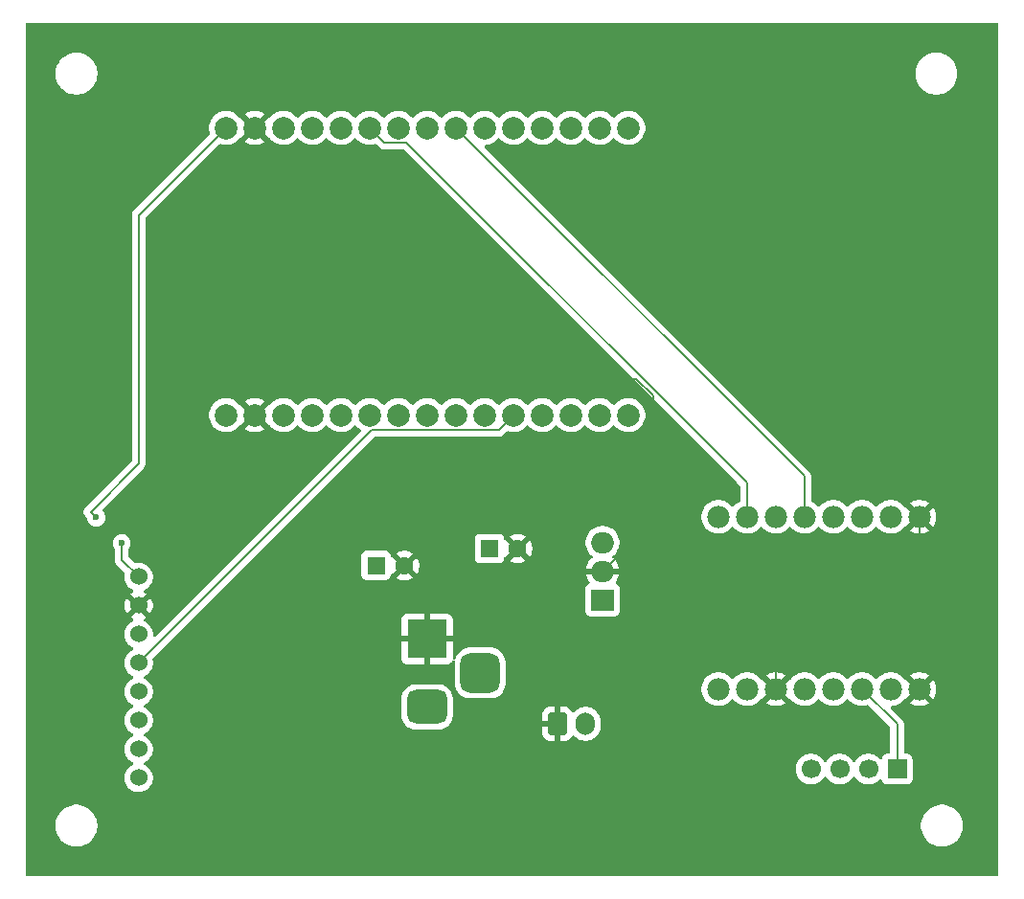
<source format=gbr>
%TF.GenerationSoftware,KiCad,Pcbnew,9.0.1-9.0.1-0~ubuntu22.04.1*%
%TF.CreationDate,2025-05-01T16:45:02+02:00*%
%TF.ProjectId,pcb,7063622e-6b69-4636-9164-5f7063625858,rev?*%
%TF.SameCoordinates,Original*%
%TF.FileFunction,Copper,L1,Top*%
%TF.FilePolarity,Positive*%
%FSLAX46Y46*%
G04 Gerber Fmt 4.6, Leading zero omitted, Abs format (unit mm)*
G04 Created by KiCad (PCBNEW 9.0.1-9.0.1-0~ubuntu22.04.1) date 2025-05-01 16:45:02*
%MOMM*%
%LPD*%
G01*
G04 APERTURE LIST*
G04 Aperture macros list*
%AMRoundRect*
0 Rectangle with rounded corners*
0 $1 Rounding radius*
0 $2 $3 $4 $5 $6 $7 $8 $9 X,Y pos of 4 corners*
0 Add a 4 corners polygon primitive as box body*
4,1,4,$2,$3,$4,$5,$6,$7,$8,$9,$2,$3,0*
0 Add four circle primitives for the rounded corners*
1,1,$1+$1,$2,$3*
1,1,$1+$1,$4,$5*
1,1,$1+$1,$6,$7*
1,1,$1+$1,$8,$9*
0 Add four rect primitives between the rounded corners*
20,1,$1+$1,$2,$3,$4,$5,0*
20,1,$1+$1,$4,$5,$6,$7,0*
20,1,$1+$1,$6,$7,$8,$9,0*
20,1,$1+$1,$8,$9,$2,$3,0*%
G04 Aperture macros list end*
%TA.AperFunction,ComponentPad*%
%ADD10R,1.700000X1.700000*%
%TD*%
%TA.AperFunction,ComponentPad*%
%ADD11C,1.700000*%
%TD*%
%TA.AperFunction,ComponentPad*%
%ADD12R,1.600000X1.600000*%
%TD*%
%TA.AperFunction,ComponentPad*%
%ADD13C,1.600000*%
%TD*%
%TA.AperFunction,ComponentPad*%
%ADD14C,1.524000*%
%TD*%
%TA.AperFunction,ComponentPad*%
%ADD15R,2.000000X1.905000*%
%TD*%
%TA.AperFunction,ComponentPad*%
%ADD16O,2.000000X1.905000*%
%TD*%
%TA.AperFunction,ComponentPad*%
%ADD17R,3.500000X3.500000*%
%TD*%
%TA.AperFunction,ComponentPad*%
%ADD18RoundRect,0.750000X1.000000X-0.750000X1.000000X0.750000X-1.000000X0.750000X-1.000000X-0.750000X0*%
%TD*%
%TA.AperFunction,ComponentPad*%
%ADD19RoundRect,0.875000X0.875000X-0.875000X0.875000X0.875000X-0.875000X0.875000X-0.875000X-0.875000X0*%
%TD*%
%TA.AperFunction,ComponentPad*%
%ADD20C,1.980000*%
%TD*%
%TA.AperFunction,ComponentPad*%
%ADD21C,2.000000*%
%TD*%
%TA.AperFunction,ComponentPad*%
%ADD22RoundRect,0.250000X-0.600000X-0.750000X0.600000X-0.750000X0.600000X0.750000X-0.600000X0.750000X0*%
%TD*%
%TA.AperFunction,ComponentPad*%
%ADD23O,1.700000X2.000000*%
%TD*%
%TA.AperFunction,ViaPad*%
%ADD24C,0.600000*%
%TD*%
%TA.AperFunction,Conductor*%
%ADD25C,0.200000*%
%TD*%
G04 APERTURE END LIST*
D10*
%TO.P,J4,1,Pin_1*%
%TO.N,Net-(J4-Pin_1)*%
X188540000Y-115000000D03*
D11*
%TO.P,J4,2,Pin_2*%
%TO.N,Net-(J4-Pin_2)*%
X186000000Y-115000000D03*
%TO.P,J4,3,Pin_3*%
%TO.N,Net-(J4-Pin_3)*%
X183460000Y-115000000D03*
%TO.P,J4,4,Pin_4*%
%TO.N,Net-(J4-Pin_4)*%
X180920000Y-115000000D03*
%TD*%
D12*
%TO.P,C1,1*%
%TO.N,Net-(J2-Pin_2)*%
X142500000Y-97000000D03*
D13*
%TO.P,C1,2*%
%TO.N,GND*%
X145000000Y-97000000D03*
%TD*%
D14*
%TO.P,U2,1,VCC*%
%TO.N,Net-(U1-VIN)*%
X121495000Y-97999000D03*
%TO.P,U2,2,GND*%
%TO.N,GND*%
X121495000Y-100539000D03*
%TO.P,U2,3,SCL*%
%TO.N,Net-(U1-D22)*%
X121495000Y-103079000D03*
%TO.P,U2,4,SDA*%
%TO.N,Net-(U1-D21)*%
X121495000Y-105619000D03*
%TO.P,U2,5,XDA*%
%TO.N,unconnected-(U2-XDA-Pad5)*%
X121495000Y-108159000D03*
%TO.P,U2,6,XCL*%
%TO.N,unconnected-(U2-XCL-Pad6)*%
X121495000Y-110699000D03*
%TO.P,U2,7,ADD*%
%TO.N,unconnected-(U2-ADD-Pad7)*%
X121495000Y-113239000D03*
%TO.P,U2,8,INT*%
%TO.N,unconnected-(U2-INT-Pad8)*%
X121495000Y-115779000D03*
%TD*%
D15*
%TO.P,U3,1,VI*%
%TO.N,Net-(J2-Pin_2)*%
X162500000Y-100040000D03*
D16*
%TO.P,U3,2,GND*%
%TO.N,GND*%
X162500000Y-97500000D03*
%TO.P,U3,3,VO*%
%TO.N,Net-(U1-VIN)*%
X162500000Y-94960000D03*
%TD*%
D17*
%TO.P,J3,1*%
%TO.N,GND*%
X147000000Y-103500000D03*
D18*
%TO.P,J3,2*%
%TO.N,Net-(J2-Pin_2)*%
X147000000Y-109500000D03*
D19*
%TO.P,J3,3*%
%TO.N,unconnected-(J3-Pad3)*%
X151700000Y-106500000D03*
%TD*%
D20*
%TO.P,U4,1,VM*%
%TO.N,Net-(J2-Pin_2)*%
X172730000Y-107930000D03*
%TO.P,U4,2,VCC*%
%TO.N,Net-(U1-VIN)*%
X175270000Y-107930000D03*
%TO.P,U4,3,GND*%
%TO.N,GND*%
X177810000Y-107930000D03*
%TO.P,U4,4,A01*%
%TO.N,Net-(J4-Pin_4)*%
X180350000Y-107930000D03*
%TO.P,U4,5,A02*%
%TO.N,Net-(J4-Pin_3)*%
X182890000Y-107930000D03*
%TO.P,U4,6,B02*%
%TO.N,Net-(J4-Pin_1)*%
X185430000Y-107930000D03*
%TO.P,U4,7,B01*%
%TO.N,Net-(J4-Pin_2)*%
X187970000Y-107930000D03*
%TO.P,U4,8,GND*%
%TO.N,GND*%
X190510000Y-107930000D03*
%TO.P,U4,9,GND*%
X190510000Y-92690000D03*
%TO.P,U4,10,PWMB*%
%TO.N,Net-(U1-D12)*%
X187970000Y-92690000D03*
%TO.P,U4,11,BI2*%
%TO.N,Net-(U1-D25)*%
X185430000Y-92690000D03*
%TO.P,U4,12,BI1*%
%TO.N,Net-(U1-D26)*%
X182890000Y-92690000D03*
%TO.P,U4,13,STBY*%
%TO.N,Net-(U1-D33)*%
X180350000Y-92690000D03*
%TO.P,U4,14,AI1*%
%TO.N,Net-(U1-D14)*%
X177810000Y-92690000D03*
%TO.P,U4,15,AI2*%
%TO.N,Net-(U1-D27)*%
X175270000Y-92690000D03*
%TO.P,U4,16,PWMA*%
%TO.N,Net-(U1-D13)*%
X172730000Y-92690000D03*
%TD*%
D21*
%TO.P,U1,1,3V3*%
%TO.N,unconnected-(U1-3V3-Pad1)*%
X129220000Y-83700000D03*
%TO.P,U1,2,GND*%
%TO.N,GND*%
X131760000Y-83700000D03*
%TO.P,U1,3,D15*%
%TO.N,unconnected-(U1-D15-Pad3)*%
X134300000Y-83700000D03*
%TO.P,U1,4,D2*%
%TO.N,unconnected-(U1-D2-Pad4)*%
X136840000Y-83700000D03*
%TO.P,U1,5,D4*%
%TO.N,unconnected-(U1-D4-Pad5)*%
X139380000Y-83700000D03*
%TO.P,U1,6,RX2/D16*%
%TO.N,unconnected-(U1-RX2{slash}D16-Pad6)*%
X141920000Y-83700000D03*
%TO.P,U1,7,TX2/D17*%
%TO.N,unconnected-(U1-TX2{slash}D17-Pad7)*%
X144460000Y-83700000D03*
%TO.P,U1,8,D5*%
%TO.N,unconnected-(U1-D5-Pad8)*%
X147000000Y-83700000D03*
%TO.P,U1,9,D18*%
%TO.N,unconnected-(U1-D18-Pad9)*%
X149540000Y-83700000D03*
%TO.P,U1,10,D19*%
%TO.N,unconnected-(U1-D19-Pad10)*%
X152080000Y-83700000D03*
%TO.P,U1,11,D21*%
%TO.N,Net-(U1-D21)*%
X154620000Y-83700000D03*
%TO.P,U1,12,RX0/D3*%
%TO.N,unconnected-(U1-RX0{slash}D3-Pad12)*%
X157160000Y-83700000D03*
%TO.P,U1,13,TX0/D1*%
%TO.N,unconnected-(U1-TX0{slash}D1-Pad13)*%
X159700000Y-83700000D03*
%TO.P,U1,14,D22*%
%TO.N,Net-(U1-D22)*%
X162240000Y-83700000D03*
%TO.P,U1,15,D23*%
%TO.N,unconnected-(U1-D23-Pad15)*%
X164780000Y-83700000D03*
%TO.P,U1,16,EN*%
%TO.N,unconnected-(U1-EN-Pad16)*%
X164780000Y-58300000D03*
%TO.P,U1,17,VP*%
%TO.N,unconnected-(U1-VP-Pad17)*%
X162240000Y-58300000D03*
%TO.P,U1,18,VN*%
%TO.N,unconnected-(U1-VN-Pad18)*%
X159700000Y-58300000D03*
%TO.P,U1,19,D34*%
%TO.N,unconnected-(U1-D34-Pad19)*%
X157160000Y-58300000D03*
%TO.P,U1,20,D35*%
%TO.N,unconnected-(U1-D35-Pad20)*%
X154620000Y-58300000D03*
%TO.P,U1,21,D32*%
%TO.N,unconnected-(U1-D32-Pad21)*%
X152080000Y-58300000D03*
%TO.P,U1,22,D33*%
%TO.N,Net-(U1-D33)*%
X149540000Y-58300000D03*
%TO.P,U1,23,D25*%
%TO.N,Net-(U1-D25)*%
X147000000Y-58300000D03*
%TO.P,U1,24,D26*%
%TO.N,Net-(U1-D26)*%
X144460000Y-58300000D03*
%TO.P,U1,25,D27*%
%TO.N,Net-(U1-D27)*%
X141920000Y-58300000D03*
%TO.P,U1,26,D14*%
%TO.N,Net-(U1-D14)*%
X139380000Y-58300000D03*
%TO.P,U1,27,D12*%
%TO.N,Net-(U1-D12)*%
X136840000Y-58300000D03*
%TO.P,U1,28,D13*%
%TO.N,Net-(U1-D13)*%
X134300000Y-58300000D03*
%TO.P,U1,29,GND*%
%TO.N,GND*%
X131760000Y-58300000D03*
%TO.P,U1,30,VIN*%
%TO.N,Net-(U1-VIN)*%
X129220000Y-58300000D03*
%TD*%
D22*
%TO.P,J2,1,Pin_1*%
%TO.N,GND*%
X158500000Y-111000000D03*
D23*
%TO.P,J2,2,Pin_2*%
%TO.N,Net-(J2-Pin_2)*%
X161000000Y-111000000D03*
%TD*%
D12*
%TO.P,C2,1*%
%TO.N,Net-(U1-VIN)*%
X152500000Y-95500000D03*
D13*
%TO.P,C2,2*%
%TO.N,GND*%
X155000000Y-95500000D03*
%TD*%
D24*
%TO.N,Net-(U1-VIN)*%
X117750000Y-92750000D03*
X120000000Y-95000000D03*
%TD*%
D25*
%TO.N,GND*%
X134960000Y-80500000D02*
X131760000Y-83700000D01*
X186390000Y-103810000D02*
X190510000Y-107930000D01*
X131760000Y-58300000D02*
X134960000Y-61500000D01*
X129398128Y-86061872D02*
X131760000Y-83700000D01*
X162500000Y-97500000D02*
X167000000Y-93000000D01*
X190510000Y-99690000D02*
X186390000Y-103810000D01*
X177810000Y-107930000D02*
X177810000Y-103810000D01*
X190510000Y-92690000D02*
X190510000Y-99690000D01*
X167000000Y-93000000D02*
X167000000Y-82000000D01*
X167000000Y-82000000D02*
X165500000Y-80500000D01*
X116978000Y-96022000D02*
X126938128Y-86061872D01*
X121495000Y-100539000D02*
X116978000Y-96022000D01*
X134960000Y-61500000D02*
X134960000Y-80500000D01*
X177810000Y-103810000D02*
X167000000Y-93000000D01*
X177810000Y-103810000D02*
X186390000Y-103810000D01*
X126938128Y-86061872D02*
X129398128Y-86061872D01*
X165500000Y-80500000D02*
X134960000Y-80500000D01*
%TO.N,Net-(U1-VIN)*%
X121500000Y-88000000D02*
X121500000Y-66020000D01*
X117750000Y-92750000D02*
X117250000Y-92250000D01*
X121500000Y-66020000D02*
X129220000Y-58300000D01*
X120000000Y-95000000D02*
X120000000Y-96504000D01*
X120000000Y-96504000D02*
X121495000Y-97999000D01*
X117250000Y-92250000D02*
X121500000Y-88000000D01*
%TO.N,Net-(U1-D21)*%
X153319000Y-85001000D02*
X154620000Y-83700000D01*
X121495000Y-105619000D02*
X142113000Y-85001000D01*
X142113000Y-85001000D02*
X153319000Y-85001000D01*
%TO.N,Net-(U1-D27)*%
X175270000Y-89702900D02*
X145168100Y-59601000D01*
X175270000Y-92690000D02*
X175270000Y-89702900D01*
X143221000Y-59601000D02*
X141920000Y-58300000D01*
X145168100Y-59601000D02*
X143221000Y-59601000D01*
%TO.N,Net-(U1-D33)*%
X180350000Y-89110000D02*
X149540000Y-58300000D01*
X180350000Y-92690000D02*
X180350000Y-89110000D01*
%TO.N,Net-(J4-Pin_1)*%
X188540000Y-111040000D02*
X185430000Y-107930000D01*
X188540000Y-115000000D02*
X188540000Y-111040000D01*
%TD*%
%TA.AperFunction,Conductor*%
%TO.N,GND*%
G36*
X197442539Y-49020185D02*
G01*
X197488294Y-49072989D01*
X197499500Y-49124500D01*
X197499500Y-124375500D01*
X197479815Y-124442539D01*
X197427011Y-124488294D01*
X197375500Y-124499500D01*
X111624500Y-124499500D01*
X111557461Y-124479815D01*
X111511706Y-124427011D01*
X111500500Y-124375500D01*
X111500500Y-119878711D01*
X114149500Y-119878711D01*
X114149500Y-120121288D01*
X114181161Y-120361785D01*
X114243947Y-120596104D01*
X114336773Y-120820205D01*
X114336776Y-120820212D01*
X114458064Y-121030289D01*
X114458066Y-121030292D01*
X114458067Y-121030293D01*
X114605733Y-121222736D01*
X114605739Y-121222743D01*
X114777256Y-121394260D01*
X114777262Y-121394265D01*
X114969711Y-121541936D01*
X115179788Y-121663224D01*
X115403900Y-121756054D01*
X115638211Y-121818838D01*
X115818586Y-121842584D01*
X115878711Y-121850500D01*
X115878712Y-121850500D01*
X116121289Y-121850500D01*
X116169388Y-121844167D01*
X116361789Y-121818838D01*
X116596100Y-121756054D01*
X116820212Y-121663224D01*
X117030289Y-121541936D01*
X117222738Y-121394265D01*
X117394265Y-121222738D01*
X117541936Y-121030289D01*
X117663224Y-120820212D01*
X117756054Y-120596100D01*
X117818838Y-120361789D01*
X117850500Y-120121288D01*
X117850500Y-119878712D01*
X117850500Y-119878711D01*
X190649500Y-119878711D01*
X190649500Y-120121288D01*
X190681161Y-120361785D01*
X190743947Y-120596104D01*
X190836773Y-120820205D01*
X190836776Y-120820212D01*
X190958064Y-121030289D01*
X190958066Y-121030292D01*
X190958067Y-121030293D01*
X191105733Y-121222736D01*
X191105739Y-121222743D01*
X191277256Y-121394260D01*
X191277262Y-121394265D01*
X191469711Y-121541936D01*
X191679788Y-121663224D01*
X191903900Y-121756054D01*
X192138211Y-121818838D01*
X192318586Y-121842584D01*
X192378711Y-121850500D01*
X192378712Y-121850500D01*
X192621289Y-121850500D01*
X192669388Y-121844167D01*
X192861789Y-121818838D01*
X193096100Y-121756054D01*
X193320212Y-121663224D01*
X193530289Y-121541936D01*
X193722738Y-121394265D01*
X193894265Y-121222738D01*
X194041936Y-121030289D01*
X194163224Y-120820212D01*
X194256054Y-120596100D01*
X194318838Y-120361789D01*
X194350500Y-120121288D01*
X194350500Y-119878712D01*
X194318838Y-119638211D01*
X194256054Y-119403900D01*
X194163224Y-119179788D01*
X194041936Y-118969711D01*
X193894265Y-118777262D01*
X193894260Y-118777256D01*
X193722743Y-118605739D01*
X193722736Y-118605733D01*
X193530293Y-118458067D01*
X193530292Y-118458066D01*
X193530289Y-118458064D01*
X193320212Y-118336776D01*
X193320205Y-118336773D01*
X193096104Y-118243947D01*
X192861785Y-118181161D01*
X192621289Y-118149500D01*
X192621288Y-118149500D01*
X192378712Y-118149500D01*
X192378711Y-118149500D01*
X192138214Y-118181161D01*
X191903895Y-118243947D01*
X191679794Y-118336773D01*
X191679785Y-118336777D01*
X191469706Y-118458067D01*
X191277263Y-118605733D01*
X191277256Y-118605739D01*
X191105739Y-118777256D01*
X191105733Y-118777263D01*
X190958067Y-118969706D01*
X190836777Y-119179785D01*
X190836773Y-119179794D01*
X190743947Y-119403895D01*
X190681161Y-119638214D01*
X190649500Y-119878711D01*
X117850500Y-119878711D01*
X117818838Y-119638211D01*
X117756054Y-119403900D01*
X117663224Y-119179788D01*
X117541936Y-118969711D01*
X117394265Y-118777262D01*
X117394260Y-118777256D01*
X117222743Y-118605739D01*
X117222736Y-118605733D01*
X117030293Y-118458067D01*
X117030292Y-118458066D01*
X117030289Y-118458064D01*
X116820212Y-118336776D01*
X116820205Y-118336773D01*
X116596104Y-118243947D01*
X116361785Y-118181161D01*
X116121289Y-118149500D01*
X116121288Y-118149500D01*
X115878712Y-118149500D01*
X115878711Y-118149500D01*
X115638214Y-118181161D01*
X115403895Y-118243947D01*
X115179794Y-118336773D01*
X115179785Y-118336777D01*
X114969706Y-118458067D01*
X114777263Y-118605733D01*
X114777256Y-118605739D01*
X114605739Y-118777256D01*
X114605733Y-118777263D01*
X114458067Y-118969706D01*
X114336777Y-119179785D01*
X114336773Y-119179794D01*
X114243947Y-119403895D01*
X114181161Y-119638214D01*
X114149500Y-119878711D01*
X111500500Y-119878711D01*
X111500500Y-94921153D01*
X119199500Y-94921153D01*
X119199500Y-95078846D01*
X119230261Y-95233489D01*
X119230264Y-95233501D01*
X119290602Y-95379172D01*
X119290609Y-95379185D01*
X119378602Y-95510874D01*
X119399480Y-95577551D01*
X119399500Y-95579765D01*
X119399500Y-96417330D01*
X119399499Y-96417348D01*
X119399499Y-96583054D01*
X119399498Y-96583054D01*
X119440424Y-96735789D01*
X119440425Y-96735790D01*
X119458783Y-96767586D01*
X119458784Y-96767587D01*
X119519477Y-96872712D01*
X119519481Y-96872717D01*
X119638349Y-96991585D01*
X119638355Y-96991590D01*
X120231237Y-97584472D01*
X120264722Y-97645795D01*
X120264160Y-97698522D01*
X120264349Y-97698552D01*
X120264146Y-97699831D01*
X120264133Y-97701087D01*
X120263587Y-97703360D01*
X120232500Y-97899639D01*
X120232500Y-98098360D01*
X120263587Y-98294637D01*
X120324993Y-98483629D01*
X120324994Y-98483632D01*
X120406555Y-98643702D01*
X120415213Y-98660694D01*
X120532019Y-98821464D01*
X120672536Y-98961981D01*
X120833306Y-99078787D01*
X120990332Y-99158796D01*
X121041127Y-99206769D01*
X121057922Y-99274590D01*
X121035385Y-99340725D01*
X120990332Y-99379764D01*
X120833566Y-99459641D01*
X120796283Y-99486729D01*
X120796282Y-99486730D01*
X121467554Y-100158000D01*
X121444840Y-100158000D01*
X121347939Y-100183964D01*
X121261060Y-100234124D01*
X121190124Y-100305060D01*
X121139964Y-100391939D01*
X121114000Y-100488840D01*
X121114000Y-100511552D01*
X120442730Y-99840282D01*
X120442729Y-99840283D01*
X120415643Y-99877564D01*
X120325457Y-100054562D01*
X120264075Y-100243476D01*
X120264075Y-100243479D01*
X120233000Y-100439678D01*
X120233000Y-100638321D01*
X120264075Y-100834520D01*
X120264075Y-100834523D01*
X120325457Y-101023437D01*
X120415641Y-101200432D01*
X120442730Y-101237715D01*
X120442731Y-101237716D01*
X121114000Y-100566447D01*
X121114000Y-100589160D01*
X121139964Y-100686061D01*
X121190124Y-100772940D01*
X121261060Y-100843876D01*
X121347939Y-100894036D01*
X121444840Y-100920000D01*
X121467553Y-100920000D01*
X120796283Y-101591268D01*
X120796283Y-101591269D01*
X120833567Y-101618358D01*
X120990331Y-101698234D01*
X121041127Y-101746209D01*
X121057922Y-101814030D01*
X121035384Y-101880165D01*
X120990331Y-101919204D01*
X120833305Y-101999213D01*
X120672533Y-102116021D01*
X120532021Y-102256533D01*
X120415213Y-102417305D01*
X120324994Y-102594367D01*
X120324993Y-102594370D01*
X120263587Y-102783362D01*
X120263587Y-102783364D01*
X120232500Y-102979639D01*
X120232500Y-103178361D01*
X120239170Y-103220471D01*
X120263587Y-103374637D01*
X120324993Y-103563629D01*
X120324994Y-103563632D01*
X120362526Y-103637291D01*
X120415213Y-103740694D01*
X120532019Y-103901464D01*
X120672536Y-104041981D01*
X120833306Y-104158787D01*
X120936708Y-104211473D01*
X120989780Y-104238515D01*
X121040576Y-104286490D01*
X121057371Y-104354311D01*
X121034833Y-104420446D01*
X120989780Y-104459485D01*
X120833305Y-104539213D01*
X120672533Y-104656021D01*
X120532021Y-104796533D01*
X120415213Y-104957305D01*
X120324994Y-105134367D01*
X120324993Y-105134370D01*
X120263587Y-105323362D01*
X120232500Y-105519639D01*
X120232500Y-105718360D01*
X120263587Y-105914637D01*
X120324993Y-106103629D01*
X120324994Y-106103632D01*
X120415213Y-106280694D01*
X120532019Y-106441464D01*
X120672536Y-106581981D01*
X120833306Y-106698787D01*
X120951832Y-106759179D01*
X120989780Y-106778515D01*
X121040576Y-106826490D01*
X121057371Y-106894311D01*
X121034833Y-106960446D01*
X120989780Y-106999485D01*
X120833305Y-107079213D01*
X120672533Y-107196021D01*
X120532021Y-107336533D01*
X120415213Y-107497305D01*
X120324994Y-107674367D01*
X120324993Y-107674370D01*
X120263587Y-107863362D01*
X120232500Y-108059639D01*
X120232500Y-108258361D01*
X120235773Y-108279026D01*
X120263587Y-108454637D01*
X120324993Y-108643629D01*
X120324994Y-108643632D01*
X120403340Y-108797393D01*
X120415213Y-108820694D01*
X120532019Y-108981464D01*
X120672536Y-109121981D01*
X120833306Y-109238787D01*
X120951832Y-109299179D01*
X120989780Y-109318515D01*
X121040576Y-109366490D01*
X121057371Y-109434311D01*
X121034833Y-109500446D01*
X120989780Y-109539485D01*
X120833305Y-109619213D01*
X120672533Y-109736021D01*
X120532021Y-109876533D01*
X120415213Y-110037305D01*
X120324994Y-110214367D01*
X120324993Y-110214370D01*
X120263587Y-110403362D01*
X120238861Y-110559478D01*
X120232500Y-110599639D01*
X120232500Y-110798361D01*
X120234061Y-110808214D01*
X120263587Y-110994637D01*
X120324993Y-111183629D01*
X120324994Y-111183632D01*
X120387858Y-111307007D01*
X120415213Y-111360694D01*
X120532019Y-111521464D01*
X120672536Y-111661981D01*
X120833306Y-111778787D01*
X120951832Y-111839179D01*
X120989780Y-111858515D01*
X121040576Y-111906490D01*
X121057371Y-111974311D01*
X121034833Y-112040446D01*
X120989780Y-112079485D01*
X120833305Y-112159213D01*
X120672533Y-112276021D01*
X120532021Y-112416533D01*
X120415213Y-112577305D01*
X120324994Y-112754367D01*
X120324993Y-112754370D01*
X120263587Y-112943362D01*
X120232500Y-113139639D01*
X120232500Y-113338360D01*
X120263587Y-113534637D01*
X120324993Y-113723629D01*
X120324994Y-113723632D01*
X120360062Y-113792455D01*
X120415213Y-113900694D01*
X120532019Y-114061464D01*
X120672536Y-114201981D01*
X120833306Y-114318787D01*
X120951832Y-114379179D01*
X120989780Y-114398515D01*
X121040576Y-114446490D01*
X121057371Y-114514311D01*
X121034833Y-114580446D01*
X120989780Y-114619485D01*
X120833305Y-114699213D01*
X120672533Y-114816021D01*
X120532021Y-114956533D01*
X120415213Y-115117305D01*
X120324994Y-115294367D01*
X120324993Y-115294370D01*
X120263587Y-115483362D01*
X120240130Y-115631463D01*
X120232500Y-115679639D01*
X120232500Y-115878361D01*
X120235592Y-115897883D01*
X120263587Y-116074637D01*
X120324993Y-116263629D01*
X120324994Y-116263632D01*
X120415213Y-116440694D01*
X120532019Y-116601464D01*
X120672536Y-116741981D01*
X120833306Y-116858787D01*
X120920149Y-116903035D01*
X121010367Y-116949005D01*
X121010370Y-116949006D01*
X121104866Y-116979709D01*
X121199364Y-117010413D01*
X121395639Y-117041500D01*
X121395640Y-117041500D01*
X121594360Y-117041500D01*
X121594361Y-117041500D01*
X121790636Y-117010413D01*
X121979632Y-116949005D01*
X122156694Y-116858787D01*
X122317464Y-116741981D01*
X122457981Y-116601464D01*
X122574787Y-116440694D01*
X122665005Y-116263632D01*
X122726413Y-116074636D01*
X122757500Y-115878361D01*
X122757500Y-115679639D01*
X122726413Y-115483364D01*
X122672113Y-115316243D01*
X122665006Y-115294370D01*
X122665005Y-115294367D01*
X122574786Y-115117305D01*
X122566781Y-115106287D01*
X122457981Y-114956536D01*
X122317464Y-114816019D01*
X122156694Y-114699213D01*
X122000218Y-114619484D01*
X121949423Y-114571510D01*
X121932628Y-114503689D01*
X121955165Y-114437554D01*
X122000218Y-114398515D01*
X122156694Y-114318787D01*
X122317464Y-114201981D01*
X122457981Y-114061464D01*
X122574787Y-113900694D01*
X122665005Y-113723632D01*
X122726413Y-113534636D01*
X122757500Y-113338361D01*
X122757500Y-113139639D01*
X122726413Y-112943364D01*
X122665005Y-112754368D01*
X122665005Y-112754367D01*
X122574786Y-112577305D01*
X122518620Y-112499999D01*
X122457981Y-112416536D01*
X122317464Y-112276019D01*
X122156694Y-112159213D01*
X122000218Y-112079484D01*
X121949423Y-112031510D01*
X121932628Y-111963689D01*
X121955165Y-111897554D01*
X122000218Y-111858515D01*
X122156694Y-111778787D01*
X122317464Y-111661981D01*
X122457981Y-111521464D01*
X122574787Y-111360694D01*
X122665005Y-111183632D01*
X122726413Y-110994636D01*
X122757500Y-110798361D01*
X122757500Y-110599639D01*
X122726413Y-110403364D01*
X122665005Y-110214368D01*
X122665005Y-110214367D01*
X122605360Y-110097309D01*
X122574787Y-110037306D01*
X122457981Y-109876536D01*
X122317464Y-109736019D01*
X122156694Y-109619213D01*
X122000218Y-109539484D01*
X121949423Y-109491510D01*
X121932628Y-109423689D01*
X121955165Y-109357554D01*
X122000218Y-109318515D01*
X122156694Y-109238787D01*
X122317464Y-109121981D01*
X122457981Y-108981464D01*
X122574787Y-108820694D01*
X122643531Y-108685777D01*
X144749500Y-108685777D01*
X144749500Y-110314208D01*
X144749501Y-110314223D01*
X144759904Y-110446413D01*
X144759905Y-110446420D01*
X144814902Y-110664678D01*
X144814903Y-110664681D01*
X144907991Y-110869622D01*
X144907997Y-110869632D01*
X145036174Y-111054645D01*
X145036178Y-111054650D01*
X145036181Y-111054654D01*
X145195346Y-111213819D01*
X145195350Y-111213822D01*
X145195354Y-111213825D01*
X145329855Y-111307007D01*
X145380374Y-111342007D01*
X145585317Y-111435096D01*
X145585321Y-111435097D01*
X145803579Y-111490094D01*
X145803581Y-111490094D01*
X145803588Y-111490096D01*
X145935783Y-111500500D01*
X148064216Y-111500499D01*
X148196412Y-111490096D01*
X148414683Y-111435096D01*
X148619626Y-111342007D01*
X148804654Y-111213819D01*
X148963819Y-111054654D01*
X149092007Y-110869626D01*
X149185096Y-110664683D01*
X149240096Y-110446412D01*
X149250500Y-110314217D01*
X149250500Y-110200013D01*
X157150000Y-110200013D01*
X157150000Y-110750000D01*
X158066988Y-110750000D01*
X158034075Y-110807007D01*
X158000000Y-110934174D01*
X158000000Y-111065826D01*
X158034075Y-111192993D01*
X158066988Y-111250000D01*
X157150001Y-111250000D01*
X157150001Y-111799986D01*
X157160494Y-111902697D01*
X157215641Y-112069119D01*
X157215643Y-112069124D01*
X157307684Y-112218345D01*
X157431654Y-112342315D01*
X157580875Y-112434356D01*
X157580880Y-112434358D01*
X157747302Y-112489505D01*
X157747309Y-112489506D01*
X157850019Y-112499999D01*
X158249999Y-112499999D01*
X158250000Y-112499998D01*
X158250000Y-111433012D01*
X158307007Y-111465925D01*
X158434174Y-111500000D01*
X158565826Y-111500000D01*
X158692993Y-111465925D01*
X158750000Y-111433012D01*
X158750000Y-112499999D01*
X159149972Y-112499999D01*
X159149986Y-112499998D01*
X159252697Y-112489505D01*
X159419119Y-112434358D01*
X159419124Y-112434356D01*
X159568345Y-112342315D01*
X159692317Y-112218343D01*
X159787815Y-112063516D01*
X159839763Y-112016791D01*
X159908725Y-112005568D01*
X159972808Y-112033412D01*
X159981035Y-112040931D01*
X160120213Y-112180109D01*
X160292179Y-112305048D01*
X160292181Y-112305049D01*
X160292184Y-112305051D01*
X160481588Y-112401557D01*
X160683757Y-112467246D01*
X160893713Y-112500500D01*
X160893714Y-112500500D01*
X161106286Y-112500500D01*
X161106287Y-112500500D01*
X161316243Y-112467246D01*
X161518412Y-112401557D01*
X161707816Y-112305051D01*
X161747773Y-112276021D01*
X161879786Y-112180109D01*
X161879788Y-112180106D01*
X161879792Y-112180104D01*
X162030104Y-112029792D01*
X162030106Y-112029788D01*
X162030109Y-112029786D01*
X162155048Y-111857820D01*
X162155047Y-111857820D01*
X162155051Y-111857816D01*
X162251557Y-111668412D01*
X162317246Y-111466243D01*
X162350500Y-111256287D01*
X162350500Y-110743713D01*
X162317246Y-110533757D01*
X162251557Y-110331588D01*
X162155051Y-110142184D01*
X162155049Y-110142181D01*
X162155048Y-110142179D01*
X162030109Y-109970213D01*
X161879786Y-109819890D01*
X161707820Y-109694951D01*
X161518414Y-109598444D01*
X161518413Y-109598443D01*
X161518412Y-109598443D01*
X161316243Y-109532754D01*
X161316241Y-109532753D01*
X161316240Y-109532753D01*
X161154957Y-109507208D01*
X161106287Y-109499500D01*
X160893713Y-109499500D01*
X160845042Y-109507208D01*
X160683760Y-109532753D01*
X160683757Y-109532754D01*
X160566486Y-109570858D01*
X160481585Y-109598444D01*
X160292179Y-109694951D01*
X160120215Y-109819889D01*
X159981035Y-109959069D01*
X159919712Y-109992553D01*
X159850020Y-109987569D01*
X159794087Y-109945697D01*
X159787815Y-109936484D01*
X159692315Y-109781654D01*
X159568345Y-109657684D01*
X159419124Y-109565643D01*
X159419119Y-109565641D01*
X159252697Y-109510494D01*
X159252690Y-109510493D01*
X159149986Y-109500000D01*
X158750000Y-109500000D01*
X158750000Y-110566988D01*
X158692993Y-110534075D01*
X158565826Y-110500000D01*
X158434174Y-110500000D01*
X158307007Y-110534075D01*
X158250000Y-110566988D01*
X158250000Y-109500000D01*
X157850028Y-109500000D01*
X157850012Y-109500001D01*
X157747302Y-109510494D01*
X157580880Y-109565641D01*
X157580875Y-109565643D01*
X157431654Y-109657684D01*
X157307684Y-109781654D01*
X157215643Y-109930875D01*
X157215641Y-109930880D01*
X157160494Y-110097302D01*
X157160493Y-110097309D01*
X157150000Y-110200013D01*
X149250500Y-110200013D01*
X149250499Y-109500000D01*
X149250499Y-108685791D01*
X149250498Y-108685783D01*
X149240096Y-108553588D01*
X149230343Y-108514884D01*
X149185097Y-108335321D01*
X149185096Y-108335318D01*
X149159527Y-108279026D01*
X149092007Y-108130374D01*
X149034429Y-108047265D01*
X148963825Y-107945354D01*
X148963822Y-107945350D01*
X148963819Y-107945346D01*
X148804654Y-107786181D01*
X148804650Y-107786178D01*
X148804645Y-107786174D01*
X148619632Y-107657997D01*
X148619630Y-107657995D01*
X148619626Y-107657993D01*
X148450062Y-107580974D01*
X148414681Y-107564903D01*
X148414678Y-107564902D01*
X148196420Y-107509905D01*
X148196413Y-107509904D01*
X148152347Y-107506436D01*
X148064217Y-107499500D01*
X148064215Y-107499500D01*
X145935791Y-107499500D01*
X145935776Y-107499501D01*
X145803586Y-107509904D01*
X145803579Y-107509905D01*
X145585321Y-107564902D01*
X145585318Y-107564903D01*
X145380377Y-107657991D01*
X145380367Y-107657997D01*
X145195354Y-107786174D01*
X145195342Y-107786184D01*
X145036184Y-107945342D01*
X145036174Y-107945354D01*
X144907997Y-108130367D01*
X144907991Y-108130377D01*
X144814903Y-108335318D01*
X144814902Y-108335321D01*
X144759905Y-108553579D01*
X144759904Y-108553586D01*
X144749500Y-108685777D01*
X122643531Y-108685777D01*
X122665005Y-108643632D01*
X122726413Y-108454636D01*
X122757500Y-108258361D01*
X122757500Y-108059639D01*
X122726413Y-107863364D01*
X122665005Y-107674368D01*
X122665005Y-107674367D01*
X122609230Y-107564904D01*
X122574787Y-107497306D01*
X122457981Y-107336536D01*
X122317464Y-107196019D01*
X122156694Y-107079213D01*
X122000218Y-106999484D01*
X121949423Y-106951510D01*
X121932628Y-106883689D01*
X121955165Y-106817554D01*
X122000218Y-106778515D01*
X122156694Y-106698787D01*
X122317464Y-106581981D01*
X122457981Y-106441464D01*
X122574787Y-106280694D01*
X122665005Y-106103632D01*
X122726413Y-105914636D01*
X122757500Y-105718361D01*
X122757500Y-105519639D01*
X122726413Y-105323364D01*
X122726409Y-105323352D01*
X122725869Y-105321099D01*
X122725913Y-105320209D01*
X122725651Y-105318552D01*
X122725999Y-105318496D01*
X122729360Y-105251316D01*
X122758760Y-105204473D01*
X126261078Y-101702155D01*
X144750000Y-101702155D01*
X144750000Y-103250000D01*
X145566988Y-103250000D01*
X145534075Y-103307007D01*
X145500000Y-103434174D01*
X145500000Y-103565826D01*
X145534075Y-103692993D01*
X145566988Y-103750000D01*
X144750000Y-103750000D01*
X144750000Y-105297844D01*
X144756401Y-105357372D01*
X144756403Y-105357379D01*
X144806645Y-105492086D01*
X144806649Y-105492093D01*
X144892809Y-105607187D01*
X144892812Y-105607190D01*
X145007906Y-105693350D01*
X145007913Y-105693354D01*
X145142620Y-105743596D01*
X145142627Y-105743598D01*
X145202155Y-105749999D01*
X145202172Y-105750000D01*
X146750000Y-105750000D01*
X146750000Y-104000000D01*
X147250000Y-104000000D01*
X147250000Y-105750000D01*
X148797828Y-105750000D01*
X148797844Y-105749999D01*
X148857372Y-105743598D01*
X148857379Y-105743596D01*
X148992086Y-105693354D01*
X148992093Y-105693350D01*
X149107187Y-105607190D01*
X149107190Y-105607187D01*
X149193350Y-105492093D01*
X149193354Y-105492086D01*
X149211515Y-105443395D01*
X149253386Y-105387461D01*
X149318850Y-105363044D01*
X149387123Y-105377895D01*
X149436529Y-105427300D01*
X149451522Y-105493306D01*
X149449501Y-105531344D01*
X149449500Y-105531386D01*
X149449500Y-107468613D01*
X149449501Y-107468652D01*
X149452295Y-107521243D01*
X149452295Y-107521244D01*
X149481910Y-107674367D01*
X149496755Y-107751126D01*
X149520005Y-107812734D01*
X149579425Y-107970189D01*
X149697929Y-108172131D01*
X149697934Y-108172138D01*
X149848856Y-108351141D01*
X149848858Y-108351143D01*
X150027861Y-108502065D01*
X150027868Y-108502070D01*
X150229810Y-108620574D01*
X150448874Y-108703245D01*
X150678759Y-108747705D01*
X150731378Y-108750500D01*
X150731386Y-108750500D01*
X152668614Y-108750500D01*
X152668622Y-108750500D01*
X152721241Y-108747705D01*
X152951126Y-108703245D01*
X153170190Y-108620574D01*
X153372132Y-108502070D01*
X153372257Y-108501965D01*
X153551141Y-108351143D01*
X153551143Y-108351141D01*
X153702065Y-108172138D01*
X153702065Y-108172137D01*
X153702070Y-108172132D01*
X153820574Y-107970190D01*
X153880010Y-107812695D01*
X171239500Y-107812695D01*
X171239500Y-108047304D01*
X171276201Y-108279027D01*
X171348697Y-108502150D01*
X171380536Y-108564636D01*
X171442263Y-108685783D01*
X171455212Y-108711195D01*
X171593104Y-108900989D01*
X171593108Y-108900994D01*
X171759005Y-109066891D01*
X171759010Y-109066895D01*
X171867202Y-109145500D01*
X171948808Y-109204790D01*
X172156932Y-109310835D01*
X172157849Y-109311302D01*
X172254228Y-109342617D01*
X172380974Y-109383799D01*
X172612695Y-109420500D01*
X172612696Y-109420500D01*
X172847304Y-109420500D01*
X172847305Y-109420500D01*
X173079026Y-109383799D01*
X173302153Y-109311301D01*
X173511192Y-109204790D01*
X173700996Y-109066890D01*
X173866890Y-108900996D01*
X173899681Y-108855863D01*
X173955011Y-108813196D01*
X174024624Y-108807216D01*
X174086419Y-108839822D01*
X174100319Y-108855863D01*
X174133106Y-108900992D01*
X174299005Y-109066891D01*
X174299010Y-109066895D01*
X174407202Y-109145500D01*
X174488808Y-109204790D01*
X174696932Y-109310835D01*
X174697849Y-109311302D01*
X174794228Y-109342617D01*
X174920974Y-109383799D01*
X175152695Y-109420500D01*
X175152696Y-109420500D01*
X175387304Y-109420500D01*
X175387305Y-109420500D01*
X175619026Y-109383799D01*
X175842153Y-109311301D01*
X176051192Y-109204790D01*
X176240996Y-109066890D01*
X176406890Y-108900996D01*
X176454948Y-108834848D01*
X176459240Y-108830072D01*
X176483713Y-108814957D01*
X176506490Y-108797393D01*
X176513928Y-108796296D01*
X176518686Y-108793358D01*
X176532210Y-108793600D01*
X176561211Y-108789325D01*
X176594499Y-108791945D01*
X177201304Y-108185140D01*
X177225116Y-108242627D01*
X177297345Y-108350725D01*
X177389275Y-108442655D01*
X177497373Y-108514884D01*
X177554858Y-108538695D01*
X176948052Y-109145499D01*
X176948053Y-109145500D01*
X177029066Y-109204359D01*
X177238034Y-109310835D01*
X177461090Y-109383310D01*
X177692735Y-109420000D01*
X177927265Y-109420000D01*
X178158909Y-109383310D01*
X178381965Y-109310835D01*
X178590930Y-109204361D01*
X178671945Y-109145499D01*
X178671946Y-109145499D01*
X178065141Y-108538695D01*
X178122627Y-108514884D01*
X178230725Y-108442655D01*
X178322655Y-108350725D01*
X178394884Y-108242627D01*
X178418695Y-108185141D01*
X179025499Y-108791945D01*
X179058788Y-108789325D01*
X179127165Y-108803689D01*
X179168836Y-108840058D01*
X179213107Y-108900992D01*
X179213112Y-108900998D01*
X179379005Y-109066891D01*
X179379010Y-109066895D01*
X179487202Y-109145500D01*
X179568808Y-109204790D01*
X179776932Y-109310835D01*
X179777849Y-109311302D01*
X179874228Y-109342617D01*
X180000974Y-109383799D01*
X180232695Y-109420500D01*
X180232696Y-109420500D01*
X180467304Y-109420500D01*
X180467305Y-109420500D01*
X180699026Y-109383799D01*
X180922153Y-109311301D01*
X181131192Y-109204790D01*
X181320996Y-109066890D01*
X181486890Y-108900996D01*
X181519681Y-108855863D01*
X181575011Y-108813196D01*
X181644624Y-108807216D01*
X181706419Y-108839822D01*
X181720319Y-108855863D01*
X181753106Y-108900992D01*
X181919005Y-109066891D01*
X181919010Y-109066895D01*
X182027202Y-109145500D01*
X182108808Y-109204790D01*
X182316932Y-109310835D01*
X182317849Y-109311302D01*
X182414228Y-109342617D01*
X182540974Y-109383799D01*
X182772695Y-109420500D01*
X182772696Y-109420500D01*
X183007304Y-109420500D01*
X183007305Y-109420500D01*
X183239026Y-109383799D01*
X183462153Y-109311301D01*
X183671192Y-109204790D01*
X183860996Y-109066890D01*
X184026890Y-108900996D01*
X184059681Y-108855863D01*
X184115011Y-108813196D01*
X184184624Y-108807216D01*
X184246419Y-108839822D01*
X184260319Y-108855863D01*
X184293106Y-108900992D01*
X184459005Y-109066891D01*
X184459010Y-109066895D01*
X184567202Y-109145500D01*
X184648808Y-109204790D01*
X184856932Y-109310835D01*
X184857849Y-109311302D01*
X184954228Y-109342617D01*
X185080974Y-109383799D01*
X185312695Y-109420500D01*
X185312696Y-109420500D01*
X185547304Y-109420500D01*
X185547305Y-109420500D01*
X185779026Y-109383799D01*
X185899630Y-109344611D01*
X185969468Y-109342617D01*
X186025627Y-109374862D01*
X187903181Y-111252416D01*
X187936666Y-111313739D01*
X187939500Y-111340097D01*
X187939500Y-113525500D01*
X187919815Y-113592539D01*
X187867011Y-113638294D01*
X187815501Y-113649500D01*
X187642130Y-113649500D01*
X187642123Y-113649501D01*
X187582516Y-113655908D01*
X187447671Y-113706202D01*
X187447664Y-113706206D01*
X187332455Y-113792452D01*
X187332452Y-113792455D01*
X187246206Y-113907664D01*
X187246203Y-113907669D01*
X187197189Y-114039083D01*
X187155317Y-114095016D01*
X187089853Y-114119433D01*
X187021580Y-114104581D01*
X186993326Y-114083430D01*
X186879786Y-113969890D01*
X186707820Y-113844951D01*
X186518414Y-113748444D01*
X186518413Y-113748443D01*
X186518412Y-113748443D01*
X186316243Y-113682754D01*
X186316241Y-113682753D01*
X186316240Y-113682753D01*
X186154957Y-113657208D01*
X186106287Y-113649500D01*
X185893713Y-113649500D01*
X185845042Y-113657208D01*
X185683760Y-113682753D01*
X185481585Y-113748444D01*
X185292179Y-113844951D01*
X185120213Y-113969890D01*
X184969890Y-114120213D01*
X184844949Y-114292182D01*
X184840484Y-114300946D01*
X184792509Y-114351742D01*
X184724688Y-114368536D01*
X184658553Y-114345998D01*
X184619516Y-114300946D01*
X184615050Y-114292182D01*
X184490109Y-114120213D01*
X184339786Y-113969890D01*
X184167820Y-113844951D01*
X183978414Y-113748444D01*
X183978413Y-113748443D01*
X183978412Y-113748443D01*
X183776243Y-113682754D01*
X183776241Y-113682753D01*
X183776240Y-113682753D01*
X183614957Y-113657208D01*
X183566287Y-113649500D01*
X183353713Y-113649500D01*
X183305042Y-113657208D01*
X183143760Y-113682753D01*
X182941585Y-113748444D01*
X182752179Y-113844951D01*
X182580213Y-113969890D01*
X182429890Y-114120213D01*
X182304949Y-114292182D01*
X182300484Y-114300946D01*
X182252509Y-114351742D01*
X182184688Y-114368536D01*
X182118553Y-114345998D01*
X182079516Y-114300946D01*
X182075050Y-114292182D01*
X181950109Y-114120213D01*
X181799786Y-113969890D01*
X181627820Y-113844951D01*
X181438414Y-113748444D01*
X181438413Y-113748443D01*
X181438412Y-113748443D01*
X181236243Y-113682754D01*
X181236241Y-113682753D01*
X181236240Y-113682753D01*
X181074957Y-113657208D01*
X181026287Y-113649500D01*
X180813713Y-113649500D01*
X180765042Y-113657208D01*
X180603760Y-113682753D01*
X180401585Y-113748444D01*
X180212179Y-113844951D01*
X180040213Y-113969890D01*
X179889890Y-114120213D01*
X179764951Y-114292179D01*
X179668444Y-114481585D01*
X179602753Y-114683760D01*
X179569500Y-114893713D01*
X179569500Y-115106286D01*
X179599289Y-115294370D01*
X179602754Y-115316243D01*
X179657055Y-115483364D01*
X179668444Y-115518414D01*
X179764951Y-115707820D01*
X179889890Y-115879786D01*
X180040213Y-116030109D01*
X180212179Y-116155048D01*
X180212181Y-116155049D01*
X180212184Y-116155051D01*
X180401588Y-116251557D01*
X180603757Y-116317246D01*
X180813713Y-116350500D01*
X180813714Y-116350500D01*
X181026286Y-116350500D01*
X181026287Y-116350500D01*
X181236243Y-116317246D01*
X181438412Y-116251557D01*
X181627816Y-116155051D01*
X181714138Y-116092335D01*
X181799786Y-116030109D01*
X181799788Y-116030106D01*
X181799792Y-116030104D01*
X181950104Y-115879792D01*
X181950106Y-115879788D01*
X181950109Y-115879786D01*
X182075048Y-115707820D01*
X182075047Y-115707820D01*
X182075051Y-115707816D01*
X182079514Y-115699054D01*
X182127488Y-115648259D01*
X182195308Y-115631463D01*
X182261444Y-115653999D01*
X182300486Y-115699056D01*
X182304951Y-115707820D01*
X182429890Y-115879786D01*
X182580213Y-116030109D01*
X182752179Y-116155048D01*
X182752181Y-116155049D01*
X182752184Y-116155051D01*
X182941588Y-116251557D01*
X183143757Y-116317246D01*
X183353713Y-116350500D01*
X183353714Y-116350500D01*
X183566286Y-116350500D01*
X183566287Y-116350500D01*
X183776243Y-116317246D01*
X183978412Y-116251557D01*
X184167816Y-116155051D01*
X184254138Y-116092335D01*
X184339786Y-116030109D01*
X184339788Y-116030106D01*
X184339792Y-116030104D01*
X184490104Y-115879792D01*
X184490106Y-115879788D01*
X184490109Y-115879786D01*
X184615048Y-115707820D01*
X184615047Y-115707820D01*
X184615051Y-115707816D01*
X184619514Y-115699054D01*
X184667488Y-115648259D01*
X184735308Y-115631463D01*
X184801444Y-115653999D01*
X184840486Y-115699056D01*
X184844951Y-115707820D01*
X184969890Y-115879786D01*
X185120213Y-116030109D01*
X185292179Y-116155048D01*
X185292181Y-116155049D01*
X185292184Y-116155051D01*
X185481588Y-116251557D01*
X185683757Y-116317246D01*
X185893713Y-116350500D01*
X185893714Y-116350500D01*
X186106286Y-116350500D01*
X186106287Y-116350500D01*
X186316243Y-116317246D01*
X186518412Y-116251557D01*
X186707816Y-116155051D01*
X186879792Y-116030104D01*
X186993329Y-115916566D01*
X187054648Y-115883084D01*
X187124340Y-115888068D01*
X187180274Y-115929939D01*
X187197189Y-115960917D01*
X187246202Y-116092328D01*
X187246206Y-116092335D01*
X187332452Y-116207544D01*
X187332455Y-116207547D01*
X187447664Y-116293793D01*
X187447671Y-116293797D01*
X187582517Y-116344091D01*
X187582516Y-116344091D01*
X187589444Y-116344835D01*
X187642127Y-116350500D01*
X189437872Y-116350499D01*
X189497483Y-116344091D01*
X189632331Y-116293796D01*
X189747546Y-116207546D01*
X189833796Y-116092331D01*
X189884091Y-115957483D01*
X189890500Y-115897873D01*
X189890499Y-114102128D01*
X189884091Y-114042517D01*
X189882810Y-114039083D01*
X189833797Y-113907671D01*
X189833793Y-113907664D01*
X189747547Y-113792455D01*
X189747544Y-113792452D01*
X189632335Y-113706206D01*
X189632328Y-113706202D01*
X189497482Y-113655908D01*
X189497483Y-113655908D01*
X189437883Y-113649501D01*
X189437881Y-113649500D01*
X189437873Y-113649500D01*
X189437865Y-113649500D01*
X189264500Y-113649500D01*
X189197461Y-113629815D01*
X189151706Y-113577011D01*
X189140500Y-113525500D01*
X189140500Y-110960945D01*
X189140500Y-110960943D01*
X189099577Y-110808216D01*
X189099577Y-110808215D01*
X189099577Y-110808214D01*
X189070639Y-110758095D01*
X189070637Y-110758092D01*
X189065965Y-110750000D01*
X189020520Y-110671284D01*
X188908716Y-110559480D01*
X188908715Y-110559479D01*
X188904385Y-110555149D01*
X188904374Y-110555139D01*
X187981416Y-109632181D01*
X187947931Y-109570858D01*
X187952915Y-109501166D01*
X187994787Y-109445233D01*
X188060251Y-109420816D01*
X188069097Y-109420500D01*
X188087304Y-109420500D01*
X188087305Y-109420500D01*
X188319026Y-109383799D01*
X188542153Y-109311301D01*
X188751192Y-109204790D01*
X188940996Y-109066890D01*
X189106890Y-108900996D01*
X189154948Y-108834848D01*
X189159240Y-108830072D01*
X189183713Y-108814957D01*
X189206490Y-108797393D01*
X189213928Y-108796296D01*
X189218686Y-108793358D01*
X189232210Y-108793600D01*
X189261211Y-108789325D01*
X189294499Y-108791945D01*
X189901304Y-108185140D01*
X189925116Y-108242627D01*
X189997345Y-108350725D01*
X190089275Y-108442655D01*
X190197373Y-108514884D01*
X190254858Y-108538695D01*
X189648052Y-109145499D01*
X189648053Y-109145500D01*
X189729066Y-109204359D01*
X189938034Y-109310835D01*
X190161090Y-109383310D01*
X190392735Y-109420000D01*
X190627265Y-109420000D01*
X190858909Y-109383310D01*
X191081965Y-109310835D01*
X191290930Y-109204361D01*
X191371945Y-109145499D01*
X191371946Y-109145499D01*
X190765141Y-108538695D01*
X190822627Y-108514884D01*
X190930725Y-108442655D01*
X191022655Y-108350725D01*
X191094884Y-108242627D01*
X191118695Y-108185141D01*
X191725499Y-108791946D01*
X191725499Y-108791945D01*
X191784361Y-108710930D01*
X191890835Y-108501965D01*
X191963310Y-108278909D01*
X192000000Y-108047265D01*
X192000000Y-107812734D01*
X191963310Y-107581090D01*
X191890835Y-107358034D01*
X191784359Y-107149066D01*
X191725500Y-107068053D01*
X191725499Y-107068052D01*
X191118694Y-107674857D01*
X191094884Y-107617373D01*
X191022655Y-107509275D01*
X190930725Y-107417345D01*
X190822627Y-107345116D01*
X190765141Y-107321304D01*
X191371945Y-106714499D01*
X191371945Y-106714498D01*
X191290933Y-106655640D01*
X191081965Y-106549164D01*
X190858909Y-106476689D01*
X190627265Y-106440000D01*
X190392735Y-106440000D01*
X190161090Y-106476689D01*
X189938034Y-106549164D01*
X189729068Y-106655639D01*
X189648053Y-106714498D01*
X189648053Y-106714499D01*
X190254858Y-107321304D01*
X190197373Y-107345116D01*
X190089275Y-107417345D01*
X189997345Y-107509275D01*
X189925116Y-107617373D01*
X189901304Y-107674858D01*
X189294499Y-107068053D01*
X189261210Y-107070673D01*
X189257410Y-107069874D01*
X189253706Y-107071035D01*
X189223493Y-107062749D01*
X189192833Y-107056309D01*
X189188984Y-107053286D01*
X189186324Y-107052557D01*
X189176763Y-107043688D01*
X189159240Y-107029926D01*
X189154941Y-107025141D01*
X189106890Y-106959004D01*
X188940996Y-106793110D01*
X188940994Y-106793108D01*
X188940989Y-106793104D01*
X188751195Y-106655212D01*
X188751194Y-106655211D01*
X188751192Y-106655210D01*
X188646672Y-106601954D01*
X188542150Y-106548697D01*
X188319027Y-106476201D01*
X188203165Y-106457850D01*
X188087305Y-106439500D01*
X187852695Y-106439500D01*
X187775454Y-106451733D01*
X187620972Y-106476201D01*
X187397849Y-106548697D01*
X187188804Y-106655212D01*
X186999010Y-106793104D01*
X186999005Y-106793108D01*
X186833108Y-106959005D01*
X186833104Y-106959010D01*
X186800318Y-107004137D01*
X186744988Y-107046803D01*
X186675375Y-107052782D01*
X186613580Y-107020176D01*
X186599682Y-107004137D01*
X186566895Y-106959010D01*
X186566891Y-106959005D01*
X186400994Y-106793108D01*
X186400989Y-106793104D01*
X186211195Y-106655212D01*
X186211194Y-106655211D01*
X186211192Y-106655210D01*
X186106672Y-106601954D01*
X186002150Y-106548697D01*
X185779027Y-106476201D01*
X185663165Y-106457850D01*
X185547305Y-106439500D01*
X185312695Y-106439500D01*
X185235454Y-106451733D01*
X185080972Y-106476201D01*
X184857849Y-106548697D01*
X184648804Y-106655212D01*
X184459010Y-106793104D01*
X184459005Y-106793108D01*
X184293108Y-106959005D01*
X184293104Y-106959010D01*
X184260318Y-107004137D01*
X184204988Y-107046803D01*
X184135375Y-107052782D01*
X184073580Y-107020176D01*
X184059682Y-107004137D01*
X184026895Y-106959010D01*
X184026891Y-106959005D01*
X183860994Y-106793108D01*
X183860989Y-106793104D01*
X183671195Y-106655212D01*
X183671194Y-106655211D01*
X183671192Y-106655210D01*
X183566672Y-106601954D01*
X183462150Y-106548697D01*
X183239027Y-106476201D01*
X183123165Y-106457850D01*
X183007305Y-106439500D01*
X182772695Y-106439500D01*
X182695454Y-106451733D01*
X182540972Y-106476201D01*
X182317849Y-106548697D01*
X182108804Y-106655212D01*
X181919010Y-106793104D01*
X181919005Y-106793108D01*
X181753108Y-106959005D01*
X181753104Y-106959010D01*
X181720318Y-107004137D01*
X181664988Y-107046803D01*
X181595375Y-107052782D01*
X181533580Y-107020176D01*
X181519682Y-107004137D01*
X181486895Y-106959010D01*
X181486891Y-106959005D01*
X181320994Y-106793108D01*
X181320989Y-106793104D01*
X181131195Y-106655212D01*
X181131194Y-106655211D01*
X181131192Y-106655210D01*
X181026672Y-106601954D01*
X180922150Y-106548697D01*
X180699027Y-106476201D01*
X180583165Y-106457850D01*
X180467305Y-106439500D01*
X180232695Y-106439500D01*
X180155454Y-106451733D01*
X180000972Y-106476201D01*
X179777849Y-106548697D01*
X179568804Y-106655212D01*
X179379010Y-106793104D01*
X179379005Y-106793108D01*
X179213109Y-106959004D01*
X179168835Y-107019942D01*
X179113505Y-107062607D01*
X179058789Y-107070673D01*
X179025499Y-107068053D01*
X178418694Y-107674857D01*
X178394884Y-107617373D01*
X178322655Y-107509275D01*
X178230725Y-107417345D01*
X178122627Y-107345116D01*
X178065141Y-107321304D01*
X178671945Y-106714499D01*
X178671945Y-106714498D01*
X178590933Y-106655640D01*
X178381965Y-106549164D01*
X178158909Y-106476689D01*
X177927265Y-106440000D01*
X177692735Y-106440000D01*
X177461090Y-106476689D01*
X177238034Y-106549164D01*
X177029068Y-106655639D01*
X176948053Y-106714498D01*
X176948053Y-106714499D01*
X177554858Y-107321304D01*
X177497373Y-107345116D01*
X177389275Y-107417345D01*
X177297345Y-107509275D01*
X177225116Y-107617373D01*
X177201304Y-107674858D01*
X176594499Y-107068053D01*
X176561210Y-107070673D01*
X176557410Y-107069874D01*
X176553706Y-107071035D01*
X176523493Y-107062749D01*
X176492833Y-107056309D01*
X176488984Y-107053286D01*
X176486324Y-107052557D01*
X176476763Y-107043688D01*
X176459240Y-107029926D01*
X176454941Y-107025141D01*
X176406890Y-106959004D01*
X176240996Y-106793110D01*
X176240994Y-106793108D01*
X176240989Y-106793104D01*
X176051195Y-106655212D01*
X176051194Y-106655211D01*
X176051192Y-106655210D01*
X175946672Y-106601954D01*
X175842150Y-106548697D01*
X175619027Y-106476201D01*
X175503165Y-106457850D01*
X175387305Y-106439500D01*
X175152695Y-106439500D01*
X175075454Y-106451733D01*
X174920972Y-106476201D01*
X174697849Y-106548697D01*
X174488804Y-106655212D01*
X174299010Y-106793104D01*
X174299005Y-106793108D01*
X174133108Y-106959005D01*
X174133104Y-106959010D01*
X174100318Y-107004137D01*
X174044988Y-107046803D01*
X173975375Y-107052782D01*
X173913580Y-107020176D01*
X173899682Y-107004137D01*
X173866895Y-106959010D01*
X173866891Y-106959005D01*
X173700994Y-106793108D01*
X173700989Y-106793104D01*
X173511195Y-106655212D01*
X173511194Y-106655211D01*
X173511192Y-106655210D01*
X173406672Y-106601954D01*
X173302150Y-106548697D01*
X173079027Y-106476201D01*
X172963165Y-106457850D01*
X172847305Y-106439500D01*
X172612695Y-106439500D01*
X172535454Y-106451733D01*
X172380972Y-106476201D01*
X172157849Y-106548697D01*
X171948804Y-106655212D01*
X171759010Y-106793104D01*
X171759005Y-106793108D01*
X171593108Y-106959005D01*
X171593104Y-106959010D01*
X171455212Y-107148804D01*
X171348697Y-107357849D01*
X171276201Y-107580972D01*
X171239500Y-107812695D01*
X153880010Y-107812695D01*
X153903245Y-107751126D01*
X153947705Y-107521241D01*
X153950500Y-107468622D01*
X153950500Y-105531378D01*
X153947705Y-105478759D01*
X153903245Y-105248874D01*
X153820574Y-105029810D01*
X153702070Y-104827868D01*
X153702065Y-104827861D01*
X153551143Y-104648858D01*
X153551141Y-104648856D01*
X153372138Y-104497934D01*
X153372131Y-104497929D01*
X153170189Y-104379425D01*
X153079832Y-104345326D01*
X152951126Y-104296755D01*
X152898050Y-104286490D01*
X152721243Y-104252295D01*
X152668652Y-104249501D01*
X152668629Y-104249500D01*
X152668622Y-104249500D01*
X150731378Y-104249500D01*
X150731370Y-104249500D01*
X150731347Y-104249501D01*
X150678756Y-104252295D01*
X150678755Y-104252295D01*
X150448878Y-104296754D01*
X150448876Y-104296754D01*
X150448874Y-104296755D01*
X150412683Y-104310413D01*
X150229810Y-104379425D01*
X150027868Y-104497929D01*
X150027861Y-104497934D01*
X149848858Y-104648856D01*
X149848856Y-104648858D01*
X149697934Y-104827861D01*
X149697929Y-104827868D01*
X149579425Y-105029810D01*
X149539967Y-105134370D01*
X149496755Y-105248874D01*
X149496754Y-105248876D01*
X149496754Y-105248878D01*
X149495744Y-105254101D01*
X149463688Y-105316183D01*
X149403156Y-105351078D01*
X149333368Y-105347709D01*
X149276480Y-105307144D01*
X149250554Y-105242262D01*
X149250000Y-105230555D01*
X149250000Y-103750000D01*
X148433012Y-103750000D01*
X148465925Y-103692993D01*
X148500000Y-103565826D01*
X148500000Y-103434174D01*
X148465925Y-103307007D01*
X148433012Y-103250000D01*
X149250000Y-103250000D01*
X149250000Y-101702172D01*
X149249999Y-101702155D01*
X149243598Y-101642627D01*
X149243596Y-101642620D01*
X149193354Y-101507913D01*
X149193350Y-101507906D01*
X149107190Y-101392812D01*
X149107187Y-101392809D01*
X148992093Y-101306649D01*
X148992086Y-101306645D01*
X148857379Y-101256403D01*
X148857372Y-101256401D01*
X148797844Y-101250000D01*
X147250000Y-101250000D01*
X147250000Y-103000000D01*
X146750000Y-103000000D01*
X146750000Y-101250000D01*
X145202155Y-101250000D01*
X145142627Y-101256401D01*
X145142620Y-101256403D01*
X145007913Y-101306645D01*
X145007906Y-101306649D01*
X144892812Y-101392809D01*
X144892809Y-101392812D01*
X144806649Y-101507906D01*
X144806645Y-101507913D01*
X144756403Y-101642620D01*
X144756401Y-101642627D01*
X144750000Y-101702155D01*
X126261078Y-101702155D01*
X131811099Y-96152135D01*
X141199500Y-96152135D01*
X141199500Y-97847870D01*
X141199501Y-97847876D01*
X141205908Y-97907483D01*
X141256202Y-98042328D01*
X141256206Y-98042335D01*
X141342452Y-98157544D01*
X141342455Y-98157547D01*
X141457664Y-98243793D01*
X141457671Y-98243797D01*
X141592517Y-98294091D01*
X141592516Y-98294091D01*
X141597586Y-98294636D01*
X141652127Y-98300500D01*
X143347872Y-98300499D01*
X143407483Y-98294091D01*
X143542331Y-98243796D01*
X143657546Y-98157546D01*
X143743796Y-98042331D01*
X143794091Y-97907483D01*
X143800500Y-97847873D01*
X143800499Y-97835612D01*
X143804075Y-97821052D01*
X143814342Y-97803380D01*
X143820067Y-97783760D01*
X143831539Y-97773783D01*
X143839177Y-97760640D01*
X143857367Y-97751325D01*
X143872792Y-97737913D01*
X143889280Y-97734984D01*
X143901367Y-97728795D01*
X143916018Y-97730234D01*
X143916254Y-97730192D01*
X144600000Y-97046446D01*
X144600000Y-97052661D01*
X144627259Y-97154394D01*
X144679920Y-97245606D01*
X144754394Y-97320080D01*
X144845606Y-97372741D01*
X144947339Y-97400000D01*
X144953553Y-97400000D01*
X144274076Y-98079474D01*
X144318650Y-98111859D01*
X144500968Y-98204755D01*
X144695582Y-98267990D01*
X144897683Y-98300000D01*
X145102317Y-98300000D01*
X145304417Y-98267990D01*
X145499031Y-98204755D01*
X145681349Y-98111859D01*
X145725921Y-98079474D01*
X145046447Y-97400000D01*
X145052661Y-97400000D01*
X145154394Y-97372741D01*
X145245606Y-97320080D01*
X145320080Y-97245606D01*
X145372741Y-97154394D01*
X145400000Y-97052661D01*
X145400000Y-97046448D01*
X146079474Y-97725922D01*
X146079474Y-97725921D01*
X146111859Y-97681349D01*
X146204755Y-97499031D01*
X146267990Y-97304417D01*
X146300000Y-97102317D01*
X146300000Y-96897682D01*
X146267990Y-96695582D01*
X146204755Y-96500968D01*
X146111859Y-96318650D01*
X146079474Y-96274077D01*
X146079474Y-96274076D01*
X145400000Y-96953551D01*
X145400000Y-96947339D01*
X145372741Y-96845606D01*
X145320080Y-96754394D01*
X145245606Y-96679920D01*
X145154394Y-96627259D01*
X145052661Y-96600000D01*
X145046446Y-96600000D01*
X145725922Y-95920524D01*
X145725921Y-95920523D01*
X145681359Y-95888147D01*
X145681350Y-95888141D01*
X145499031Y-95795244D01*
X145304417Y-95732009D01*
X145102317Y-95700000D01*
X144897683Y-95700000D01*
X144695582Y-95732009D01*
X144500968Y-95795244D01*
X144318644Y-95888143D01*
X144274077Y-95920523D01*
X144274077Y-95920524D01*
X144953554Y-96600000D01*
X144947339Y-96600000D01*
X144845606Y-96627259D01*
X144754394Y-96679920D01*
X144679920Y-96754394D01*
X144627259Y-96845606D01*
X144600000Y-96947339D01*
X144600000Y-96953553D01*
X143915513Y-96269066D01*
X143865849Y-96258633D01*
X143816093Y-96209581D01*
X143804076Y-96178947D01*
X143800499Y-96164378D01*
X143800499Y-96152128D01*
X143794091Y-96092517D01*
X143761212Y-96004365D01*
X143761211Y-96004359D01*
X143743797Y-95957671D01*
X143743793Y-95957664D01*
X143657547Y-95842455D01*
X143657544Y-95842452D01*
X143542335Y-95756206D01*
X143542328Y-95756202D01*
X143407482Y-95705908D01*
X143407483Y-95705908D01*
X143347883Y-95699501D01*
X143347881Y-95699500D01*
X143347873Y-95699500D01*
X143347864Y-95699500D01*
X141652129Y-95699500D01*
X141652123Y-95699501D01*
X141592516Y-95705908D01*
X141457671Y-95756202D01*
X141457664Y-95756206D01*
X141342455Y-95842452D01*
X141342452Y-95842455D01*
X141256206Y-95957664D01*
X141256202Y-95957671D01*
X141205908Y-96092517D01*
X141199501Y-96152116D01*
X141199500Y-96152135D01*
X131811099Y-96152135D01*
X133311099Y-94652135D01*
X151199500Y-94652135D01*
X151199500Y-96347870D01*
X151199501Y-96347876D01*
X151205908Y-96407483D01*
X151256202Y-96542328D01*
X151256206Y-96542335D01*
X151342452Y-96657544D01*
X151342455Y-96657547D01*
X151457664Y-96743793D01*
X151457671Y-96743797D01*
X151592517Y-96794091D01*
X151592516Y-96794091D01*
X151599444Y-96794835D01*
X151652127Y-96800500D01*
X153347872Y-96800499D01*
X153407483Y-96794091D01*
X153542331Y-96743796D01*
X153657546Y-96657546D01*
X153743796Y-96542331D01*
X153794091Y-96407483D01*
X153800500Y-96347873D01*
X153800499Y-96335612D01*
X153804075Y-96321052D01*
X153814342Y-96303380D01*
X153820067Y-96283760D01*
X153831539Y-96273783D01*
X153839177Y-96260640D01*
X153857367Y-96251325D01*
X153872792Y-96237913D01*
X153889280Y-96234984D01*
X153901367Y-96228795D01*
X153916018Y-96230234D01*
X153916254Y-96230192D01*
X154600000Y-95546446D01*
X154600000Y-95552661D01*
X154627259Y-95654394D01*
X154679920Y-95745606D01*
X154754394Y-95820080D01*
X154845606Y-95872741D01*
X154947339Y-95900000D01*
X154953553Y-95900000D01*
X154274076Y-96579474D01*
X154318650Y-96611859D01*
X154500968Y-96704755D01*
X154695582Y-96767990D01*
X154897683Y-96800000D01*
X155102317Y-96800000D01*
X155304417Y-96767990D01*
X155499031Y-96704755D01*
X155681349Y-96611859D01*
X155725921Y-96579474D01*
X155046447Y-95900000D01*
X155052661Y-95900000D01*
X155154394Y-95872741D01*
X155245606Y-95820080D01*
X155320080Y-95745606D01*
X155372741Y-95654394D01*
X155400000Y-95552661D01*
X155400000Y-95546448D01*
X156079474Y-96225922D01*
X156079474Y-96225921D01*
X156111859Y-96181349D01*
X156204755Y-95999031D01*
X156267990Y-95804417D01*
X156300000Y-95602317D01*
X156300000Y-95397682D01*
X156267990Y-95195582D01*
X156204754Y-95000965D01*
X156151817Y-94897070D01*
X156151816Y-94897069D01*
X156125614Y-94845646D01*
X160999500Y-94845646D01*
X160999500Y-95074354D01*
X161010918Y-95146446D01*
X161035278Y-95300246D01*
X161035278Y-95300249D01*
X161105950Y-95517755D01*
X161123736Y-95552661D01*
X161209783Y-95721538D01*
X161344214Y-95906566D01*
X161505934Y-96068286D01*
X161590864Y-96129991D01*
X161633529Y-96185321D01*
X161639508Y-96254935D01*
X161606902Y-96316730D01*
X161590864Y-96330627D01*
X161506257Y-96392097D01*
X161344597Y-96553757D01*
X161210211Y-96738723D01*
X161106417Y-96942429D01*
X161035765Y-97159871D01*
X161021491Y-97250000D01*
X162009252Y-97250000D01*
X161987482Y-97287708D01*
X161950000Y-97427591D01*
X161950000Y-97572409D01*
X161987482Y-97712292D01*
X162009252Y-97750000D01*
X161021491Y-97750000D01*
X161035765Y-97840128D01*
X161106417Y-98057570D01*
X161210213Y-98261279D01*
X161343011Y-98444060D01*
X161366491Y-98509866D01*
X161350666Y-98577920D01*
X161300560Y-98626615D01*
X161286026Y-98633127D01*
X161257671Y-98643702D01*
X161257664Y-98643706D01*
X161142455Y-98729952D01*
X161142452Y-98729955D01*
X161056206Y-98845164D01*
X161056202Y-98845171D01*
X161005908Y-98980017D01*
X160999501Y-99039616D01*
X160999501Y-99039623D01*
X160999500Y-99039635D01*
X160999500Y-101040370D01*
X160999501Y-101040376D01*
X161005908Y-101099983D01*
X161056202Y-101234828D01*
X161056206Y-101234835D01*
X161142452Y-101350044D01*
X161142455Y-101350047D01*
X161257664Y-101436293D01*
X161257671Y-101436297D01*
X161392517Y-101486591D01*
X161392516Y-101486591D01*
X161399444Y-101487335D01*
X161452127Y-101493000D01*
X163547872Y-101492999D01*
X163607483Y-101486591D01*
X163742331Y-101436296D01*
X163857546Y-101350046D01*
X163943796Y-101234831D01*
X163994091Y-101099983D01*
X164000500Y-101040373D01*
X164000499Y-99039628D01*
X163994091Y-98980017D01*
X163943796Y-98845169D01*
X163943795Y-98845168D01*
X163943793Y-98845164D01*
X163857547Y-98729955D01*
X163857544Y-98729952D01*
X163742335Y-98643706D01*
X163742326Y-98643701D01*
X163713974Y-98633127D01*
X163658040Y-98591257D01*
X163633622Y-98525792D01*
X163648473Y-98457519D01*
X163656988Y-98444059D01*
X163789788Y-98261276D01*
X163893582Y-98057570D01*
X163964234Y-97840128D01*
X163978509Y-97750000D01*
X162990748Y-97750000D01*
X163012518Y-97712292D01*
X163050000Y-97572409D01*
X163050000Y-97427591D01*
X163012518Y-97287708D01*
X162990748Y-97250000D01*
X163978509Y-97250000D01*
X163964234Y-97159871D01*
X163893582Y-96942429D01*
X163789788Y-96738723D01*
X163655402Y-96553757D01*
X163493742Y-96392097D01*
X163409135Y-96330626D01*
X163366470Y-96275296D01*
X163360491Y-96205682D01*
X163393097Y-96143887D01*
X163409125Y-96129999D01*
X163494066Y-96068286D01*
X163655786Y-95906566D01*
X163790217Y-95721538D01*
X163894048Y-95517758D01*
X163899818Y-95499999D01*
X163964721Y-95300249D01*
X163964721Y-95300248D01*
X163964722Y-95300245D01*
X164000500Y-95074354D01*
X164000500Y-94845646D01*
X163964722Y-94619755D01*
X163964721Y-94619751D01*
X163964721Y-94619750D01*
X163894049Y-94402244D01*
X163863585Y-94342455D01*
X163790217Y-94198462D01*
X163655786Y-94013434D01*
X163494066Y-93851714D01*
X163309038Y-93717283D01*
X163105255Y-93613450D01*
X162887748Y-93542778D01*
X162718326Y-93515944D01*
X162661854Y-93507000D01*
X162338146Y-93507000D01*
X162262849Y-93518926D01*
X162112253Y-93542778D01*
X162112250Y-93542778D01*
X161894744Y-93613450D01*
X161690961Y-93717283D01*
X161614401Y-93772908D01*
X161505934Y-93851714D01*
X161505932Y-93851716D01*
X161505931Y-93851716D01*
X161344216Y-94013431D01*
X161344216Y-94013432D01*
X161344214Y-94013434D01*
X161302510Y-94070835D01*
X161209783Y-94198461D01*
X161105950Y-94402244D01*
X161035278Y-94619750D01*
X161035278Y-94619753D01*
X161003776Y-94818650D01*
X160999500Y-94845646D01*
X156125614Y-94845646D01*
X156111859Y-94818650D01*
X156079474Y-94774077D01*
X156079474Y-94774076D01*
X155400000Y-95453551D01*
X155400000Y-95447339D01*
X155372741Y-95345606D01*
X155320080Y-95254394D01*
X155245606Y-95179920D01*
X155154394Y-95127259D01*
X155052661Y-95100000D01*
X155046446Y-95100000D01*
X155725922Y-94420524D01*
X155725921Y-94420523D01*
X155681359Y-94388147D01*
X155681350Y-94388141D01*
X155499031Y-94295244D01*
X155304417Y-94232009D01*
X155102317Y-94200000D01*
X154897683Y-94200000D01*
X154695582Y-94232009D01*
X154500968Y-94295244D01*
X154318644Y-94388143D01*
X154274077Y-94420523D01*
X154274077Y-94420524D01*
X154953554Y-95100000D01*
X154947339Y-95100000D01*
X154845606Y-95127259D01*
X154754394Y-95179920D01*
X154679920Y-95254394D01*
X154627259Y-95345606D01*
X154600000Y-95447339D01*
X154600000Y-95453553D01*
X153915513Y-94769066D01*
X153865849Y-94758633D01*
X153816093Y-94709581D01*
X153804076Y-94678947D01*
X153800499Y-94664378D01*
X153800499Y-94652128D01*
X153794091Y-94592517D01*
X153761212Y-94504365D01*
X153761211Y-94504359D01*
X153743797Y-94457671D01*
X153743793Y-94457664D01*
X153657547Y-94342455D01*
X153657544Y-94342452D01*
X153542335Y-94256206D01*
X153542328Y-94256202D01*
X153407482Y-94205908D01*
X153407483Y-94205908D01*
X153347883Y-94199501D01*
X153347881Y-94199500D01*
X153347873Y-94199500D01*
X153347864Y-94199500D01*
X151652129Y-94199500D01*
X151652123Y-94199501D01*
X151592516Y-94205908D01*
X151457671Y-94256202D01*
X151457664Y-94256206D01*
X151342455Y-94342452D01*
X151342452Y-94342455D01*
X151256206Y-94457664D01*
X151256202Y-94457671D01*
X151205908Y-94592517D01*
X151199501Y-94652116D01*
X151199500Y-94652135D01*
X133311099Y-94652135D01*
X142325416Y-85637819D01*
X142386739Y-85604334D01*
X142413097Y-85601500D01*
X153232331Y-85601500D01*
X153232347Y-85601501D01*
X153239943Y-85601501D01*
X153398054Y-85601501D01*
X153398057Y-85601501D01*
X153550785Y-85560577D01*
X153600904Y-85531639D01*
X153687716Y-85481520D01*
X153799520Y-85369716D01*
X153799520Y-85369714D01*
X153809728Y-85359507D01*
X153809730Y-85359504D01*
X154016437Y-85152796D01*
X154077758Y-85119313D01*
X154142433Y-85122547D01*
X154268632Y-85163553D01*
X154356110Y-85177408D01*
X154501903Y-85200500D01*
X154501908Y-85200500D01*
X154738097Y-85200500D01*
X154971368Y-85163553D01*
X155004468Y-85152798D01*
X155195992Y-85090568D01*
X155406433Y-84983343D01*
X155597510Y-84844517D01*
X155764517Y-84677510D01*
X155789682Y-84642872D01*
X155845011Y-84600207D01*
X155914625Y-84594228D01*
X155976420Y-84626833D01*
X155990315Y-84642870D01*
X156015483Y-84677510D01*
X156182490Y-84844517D01*
X156373567Y-84983343D01*
X156436783Y-85015553D01*
X156584003Y-85090566D01*
X156584005Y-85090566D01*
X156584008Y-85090568D01*
X156672476Y-85119313D01*
X156808631Y-85163553D01*
X157041903Y-85200500D01*
X157041908Y-85200500D01*
X157278097Y-85200500D01*
X157511368Y-85163553D01*
X157544468Y-85152798D01*
X157735992Y-85090568D01*
X157946433Y-84983343D01*
X158137510Y-84844517D01*
X158304517Y-84677510D01*
X158329682Y-84642872D01*
X158385011Y-84600207D01*
X158454625Y-84594228D01*
X158516420Y-84626833D01*
X158530315Y-84642870D01*
X158555483Y-84677510D01*
X158722490Y-84844517D01*
X158913567Y-84983343D01*
X158976783Y-85015553D01*
X159124003Y-85090566D01*
X159124005Y-85090566D01*
X159124008Y-85090568D01*
X159212476Y-85119313D01*
X159348631Y-85163553D01*
X159581903Y-85200500D01*
X159581908Y-85200500D01*
X159818097Y-85200500D01*
X160051368Y-85163553D01*
X160084468Y-85152798D01*
X160275992Y-85090568D01*
X160486433Y-84983343D01*
X160677510Y-84844517D01*
X160844517Y-84677510D01*
X160869682Y-84642872D01*
X160925011Y-84600207D01*
X160994625Y-84594228D01*
X161056420Y-84626833D01*
X161070315Y-84642870D01*
X161095483Y-84677510D01*
X161262490Y-84844517D01*
X161453567Y-84983343D01*
X161516783Y-85015553D01*
X161664003Y-85090566D01*
X161664005Y-85090566D01*
X161664008Y-85090568D01*
X161752476Y-85119313D01*
X161888631Y-85163553D01*
X162121903Y-85200500D01*
X162121908Y-85200500D01*
X162358097Y-85200500D01*
X162591368Y-85163553D01*
X162624468Y-85152798D01*
X162815992Y-85090568D01*
X163026433Y-84983343D01*
X163217510Y-84844517D01*
X163384517Y-84677510D01*
X163409682Y-84642872D01*
X163465011Y-84600207D01*
X163534625Y-84594228D01*
X163596420Y-84626833D01*
X163610315Y-84642870D01*
X163635483Y-84677510D01*
X163802490Y-84844517D01*
X163993567Y-84983343D01*
X164056783Y-85015553D01*
X164204003Y-85090566D01*
X164204005Y-85090566D01*
X164204008Y-85090568D01*
X164292476Y-85119313D01*
X164428631Y-85163553D01*
X164661903Y-85200500D01*
X164661908Y-85200500D01*
X164898097Y-85200500D01*
X165131368Y-85163553D01*
X165164468Y-85152798D01*
X165355992Y-85090568D01*
X165566433Y-84983343D01*
X165757510Y-84844517D01*
X165924517Y-84677510D01*
X166063343Y-84486433D01*
X166170568Y-84275992D01*
X166243553Y-84051368D01*
X166268637Y-83892993D01*
X166280500Y-83818097D01*
X166280500Y-83581902D01*
X166243553Y-83348631D01*
X166170566Y-83124003D01*
X166063342Y-82913566D01*
X166049999Y-82895201D01*
X165924517Y-82722490D01*
X165757510Y-82555483D01*
X165566433Y-82416657D01*
X165355996Y-82309433D01*
X165131368Y-82236446D01*
X164898097Y-82199500D01*
X164898092Y-82199500D01*
X164661908Y-82199500D01*
X164661903Y-82199500D01*
X164428631Y-82236446D01*
X164204003Y-82309433D01*
X163993566Y-82416657D01*
X163910047Y-82477338D01*
X163802490Y-82555483D01*
X163802488Y-82555485D01*
X163802487Y-82555485D01*
X163635484Y-82722488D01*
X163610318Y-82757127D01*
X163554987Y-82799792D01*
X163485374Y-82805771D01*
X163423579Y-82773165D01*
X163409682Y-82757127D01*
X163384517Y-82722490D01*
X163217510Y-82555483D01*
X163026433Y-82416657D01*
X162815996Y-82309433D01*
X162591368Y-82236446D01*
X162358097Y-82199500D01*
X162358092Y-82199500D01*
X162121908Y-82199500D01*
X162121903Y-82199500D01*
X161888631Y-82236446D01*
X161664003Y-82309433D01*
X161453566Y-82416657D01*
X161370047Y-82477338D01*
X161262490Y-82555483D01*
X161262488Y-82555485D01*
X161262487Y-82555485D01*
X161095484Y-82722488D01*
X161070318Y-82757127D01*
X161014987Y-82799792D01*
X160945374Y-82805771D01*
X160883579Y-82773165D01*
X160869682Y-82757127D01*
X160844517Y-82722490D01*
X160677510Y-82555483D01*
X160486433Y-82416657D01*
X160275996Y-82309433D01*
X160051368Y-82236446D01*
X159818097Y-82199500D01*
X159818092Y-82199500D01*
X159581908Y-82199500D01*
X159581903Y-82199500D01*
X159348631Y-82236446D01*
X159124003Y-82309433D01*
X158913566Y-82416657D01*
X158830047Y-82477338D01*
X158722490Y-82555483D01*
X158722488Y-82555485D01*
X158722487Y-82555485D01*
X158555484Y-82722488D01*
X158530318Y-82757127D01*
X158474987Y-82799792D01*
X158405374Y-82805771D01*
X158343579Y-82773165D01*
X158329682Y-82757127D01*
X158304517Y-82722490D01*
X158137510Y-82555483D01*
X157946433Y-82416657D01*
X157735996Y-82309433D01*
X157511368Y-82236446D01*
X157278097Y-82199500D01*
X157278092Y-82199500D01*
X157041908Y-82199500D01*
X157041903Y-82199500D01*
X156808631Y-82236446D01*
X156584003Y-82309433D01*
X156373566Y-82416657D01*
X156290047Y-82477338D01*
X156182490Y-82555483D01*
X156182488Y-82555485D01*
X156182487Y-82555485D01*
X156015484Y-82722488D01*
X155990318Y-82757127D01*
X155934987Y-82799792D01*
X155865374Y-82805771D01*
X155803579Y-82773165D01*
X155789682Y-82757127D01*
X155764517Y-82722490D01*
X155597510Y-82555483D01*
X155406433Y-82416657D01*
X155195996Y-82309433D01*
X154971368Y-82236446D01*
X154738097Y-82199500D01*
X154738092Y-82199500D01*
X154501908Y-82199500D01*
X154501903Y-82199500D01*
X154268631Y-82236446D01*
X154044003Y-82309433D01*
X153833566Y-82416657D01*
X153750047Y-82477338D01*
X153642490Y-82555483D01*
X153642488Y-82555485D01*
X153642487Y-82555485D01*
X153475484Y-82722488D01*
X153450318Y-82757127D01*
X153394987Y-82799792D01*
X153325374Y-82805771D01*
X153263579Y-82773165D01*
X153249682Y-82757127D01*
X153224517Y-82722490D01*
X153057510Y-82555483D01*
X152866433Y-82416657D01*
X152655996Y-82309433D01*
X152431368Y-82236446D01*
X152198097Y-82199500D01*
X152198092Y-82199500D01*
X151961908Y-82199500D01*
X151961903Y-82199500D01*
X151728631Y-82236446D01*
X151504003Y-82309433D01*
X151293566Y-82416657D01*
X151210047Y-82477338D01*
X151102490Y-82555483D01*
X151102488Y-82555485D01*
X151102487Y-82555485D01*
X150935484Y-82722488D01*
X150910318Y-82757127D01*
X150854987Y-82799792D01*
X150785374Y-82805771D01*
X150723579Y-82773165D01*
X150709682Y-82757127D01*
X150684517Y-82722490D01*
X150517510Y-82555483D01*
X150326433Y-82416657D01*
X150115996Y-82309433D01*
X149891368Y-82236446D01*
X149658097Y-82199500D01*
X149658092Y-82199500D01*
X149421908Y-82199500D01*
X149421903Y-82199500D01*
X149188631Y-82236446D01*
X148964003Y-82309433D01*
X148753566Y-82416657D01*
X148670047Y-82477338D01*
X148562490Y-82555483D01*
X148562488Y-82555485D01*
X148562487Y-82555485D01*
X148395484Y-82722488D01*
X148370318Y-82757127D01*
X148314987Y-82799792D01*
X148245374Y-82805771D01*
X148183579Y-82773165D01*
X148169682Y-82757127D01*
X148144517Y-82722490D01*
X147977510Y-82555483D01*
X147786433Y-82416657D01*
X147575996Y-82309433D01*
X147351368Y-82236446D01*
X147118097Y-82199500D01*
X147118092Y-82199500D01*
X146881908Y-82199500D01*
X146881903Y-82199500D01*
X146648631Y-82236446D01*
X146424003Y-82309433D01*
X146213566Y-82416657D01*
X146130047Y-82477338D01*
X146022490Y-82555483D01*
X146022488Y-82555485D01*
X146022487Y-82555485D01*
X145855484Y-82722488D01*
X145830318Y-82757127D01*
X145774987Y-82799792D01*
X145705374Y-82805771D01*
X145643579Y-82773165D01*
X145629682Y-82757127D01*
X145604517Y-82722490D01*
X145437510Y-82555483D01*
X145246433Y-82416657D01*
X145035996Y-82309433D01*
X144811368Y-82236446D01*
X144578097Y-82199500D01*
X144578092Y-82199500D01*
X144341908Y-82199500D01*
X144341903Y-82199500D01*
X144108631Y-82236446D01*
X143884003Y-82309433D01*
X143673566Y-82416657D01*
X143590047Y-82477338D01*
X143482490Y-82555483D01*
X143482488Y-82555485D01*
X143482487Y-82555485D01*
X143315484Y-82722488D01*
X143290318Y-82757127D01*
X143234987Y-82799792D01*
X143165374Y-82805771D01*
X143103579Y-82773165D01*
X143089682Y-82757127D01*
X143064517Y-82722490D01*
X142897510Y-82555483D01*
X142706433Y-82416657D01*
X142495996Y-82309433D01*
X142271368Y-82236446D01*
X142038097Y-82199500D01*
X142038092Y-82199500D01*
X141801908Y-82199500D01*
X141801903Y-82199500D01*
X141568631Y-82236446D01*
X141344003Y-82309433D01*
X141133566Y-82416657D01*
X141050047Y-82477338D01*
X140942490Y-82555483D01*
X140942488Y-82555485D01*
X140942487Y-82555485D01*
X140775484Y-82722488D01*
X140750318Y-82757127D01*
X140694987Y-82799792D01*
X140625374Y-82805771D01*
X140563579Y-82773165D01*
X140549682Y-82757127D01*
X140524517Y-82722490D01*
X140357510Y-82555483D01*
X140166433Y-82416657D01*
X139955996Y-82309433D01*
X139731368Y-82236446D01*
X139498097Y-82199500D01*
X139498092Y-82199500D01*
X139261908Y-82199500D01*
X139261903Y-82199500D01*
X139028631Y-82236446D01*
X138804003Y-82309433D01*
X138593566Y-82416657D01*
X138510047Y-82477338D01*
X138402490Y-82555483D01*
X138402488Y-82555485D01*
X138402487Y-82555485D01*
X138235484Y-82722488D01*
X138210318Y-82757127D01*
X138154987Y-82799792D01*
X138085374Y-82805771D01*
X138023579Y-82773165D01*
X138009682Y-82757127D01*
X137984517Y-82722490D01*
X137817510Y-82555483D01*
X137626433Y-82416657D01*
X137415996Y-82309433D01*
X137191368Y-82236446D01*
X136958097Y-82199500D01*
X136958092Y-82199500D01*
X136721908Y-82199500D01*
X136721903Y-82199500D01*
X136488631Y-82236446D01*
X136264003Y-82309433D01*
X136053566Y-82416657D01*
X135970047Y-82477338D01*
X135862490Y-82555483D01*
X135862488Y-82555485D01*
X135862487Y-82555485D01*
X135695484Y-82722488D01*
X135670318Y-82757127D01*
X135614987Y-82799792D01*
X135545374Y-82805771D01*
X135483579Y-82773165D01*
X135469682Y-82757127D01*
X135444517Y-82722490D01*
X135277510Y-82555483D01*
X135086433Y-82416657D01*
X134875996Y-82309433D01*
X134651368Y-82236446D01*
X134418097Y-82199500D01*
X134418092Y-82199500D01*
X134181908Y-82199500D01*
X134181903Y-82199500D01*
X133948631Y-82236446D01*
X133724003Y-82309433D01*
X133513566Y-82416657D01*
X133430047Y-82477338D01*
X133322490Y-82555483D01*
X133322488Y-82555485D01*
X133322487Y-82555485D01*
X133155482Y-82722490D01*
X133112451Y-82781717D01*
X133057120Y-82824382D01*
X133002405Y-82832448D01*
X132982658Y-82830893D01*
X132242962Y-83570590D01*
X132225925Y-83507007D01*
X132160099Y-83392993D01*
X132067007Y-83299901D01*
X131952993Y-83234075D01*
X131889409Y-83217037D01*
X132629105Y-82477340D01*
X132629104Y-82477338D01*
X132546174Y-82417087D01*
X132335802Y-82309897D01*
X132111247Y-82236934D01*
X132111248Y-82236934D01*
X131878052Y-82200000D01*
X131641948Y-82200000D01*
X131408752Y-82236934D01*
X131184197Y-82309897D01*
X130973830Y-82417084D01*
X130890894Y-82477340D01*
X131630591Y-83217037D01*
X131567007Y-83234075D01*
X131452993Y-83299901D01*
X131359901Y-83392993D01*
X131294075Y-83507007D01*
X131277037Y-83570590D01*
X130537340Y-82830893D01*
X130517593Y-82832448D01*
X130513860Y-82831663D01*
X130510222Y-82832808D01*
X130479936Y-82824537D01*
X130449215Y-82818084D01*
X130445429Y-82815114D01*
X130442821Y-82814402D01*
X130433431Y-82805701D01*
X130415712Y-82791800D01*
X130411370Y-82786978D01*
X130364517Y-82722490D01*
X130197510Y-82555483D01*
X130006433Y-82416657D01*
X129795996Y-82309433D01*
X129571368Y-82236446D01*
X129338097Y-82199500D01*
X129338092Y-82199500D01*
X129101908Y-82199500D01*
X129101903Y-82199500D01*
X128868631Y-82236446D01*
X128644003Y-82309433D01*
X128433566Y-82416657D01*
X128350047Y-82477338D01*
X128242490Y-82555483D01*
X128242488Y-82555485D01*
X128242487Y-82555485D01*
X128075485Y-82722487D01*
X128075485Y-82722488D01*
X128075483Y-82722490D01*
X128032452Y-82781717D01*
X127936657Y-82913566D01*
X127829433Y-83124003D01*
X127756446Y-83348631D01*
X127719500Y-83581902D01*
X127719500Y-83818097D01*
X127756446Y-84051368D01*
X127829433Y-84275996D01*
X127936657Y-84486433D01*
X128075483Y-84677510D01*
X128242490Y-84844517D01*
X128433567Y-84983343D01*
X128496783Y-85015553D01*
X128644003Y-85090566D01*
X128644005Y-85090566D01*
X128644008Y-85090568D01*
X128732476Y-85119313D01*
X128868631Y-85163553D01*
X129101903Y-85200500D01*
X129101908Y-85200500D01*
X129338097Y-85200500D01*
X129571368Y-85163553D01*
X129604468Y-85152798D01*
X129795992Y-85090568D01*
X130006433Y-84983343D01*
X130197510Y-84844517D01*
X130364517Y-84677510D01*
X130411370Y-84613022D01*
X130415713Y-84608199D01*
X130440150Y-84593142D01*
X130462877Y-84575618D01*
X130470393Y-84574509D01*
X130475199Y-84571549D01*
X130488730Y-84571806D01*
X130517594Y-84567551D01*
X130537340Y-84569105D01*
X131277037Y-83829408D01*
X131294075Y-83892993D01*
X131359901Y-84007007D01*
X131452993Y-84100099D01*
X131567007Y-84165925D01*
X131630590Y-84182962D01*
X130890893Y-84922658D01*
X130973828Y-84982914D01*
X131184197Y-85090102D01*
X131408752Y-85163065D01*
X131408751Y-85163065D01*
X131641948Y-85200000D01*
X131878052Y-85200000D01*
X132111247Y-85163065D01*
X132335802Y-85090102D01*
X132546163Y-84982918D01*
X132546169Y-84982914D01*
X132629104Y-84922658D01*
X132629105Y-84922658D01*
X131889408Y-84182962D01*
X131952993Y-84165925D01*
X132067007Y-84100099D01*
X132160099Y-84007007D01*
X132225925Y-83892993D01*
X132242962Y-83829408D01*
X132982657Y-84569104D01*
X133002404Y-84567550D01*
X133070781Y-84581914D01*
X133112451Y-84618282D01*
X133155483Y-84677510D01*
X133322490Y-84844517D01*
X133513567Y-84983343D01*
X133576783Y-85015553D01*
X133724003Y-85090566D01*
X133724005Y-85090566D01*
X133724008Y-85090568D01*
X133812476Y-85119313D01*
X133948631Y-85163553D01*
X134181903Y-85200500D01*
X134181908Y-85200500D01*
X134418097Y-85200500D01*
X134651368Y-85163553D01*
X134684468Y-85152798D01*
X134875992Y-85090568D01*
X135086433Y-84983343D01*
X135277510Y-84844517D01*
X135444517Y-84677510D01*
X135469682Y-84642872D01*
X135525011Y-84600207D01*
X135594625Y-84594228D01*
X135656420Y-84626833D01*
X135670315Y-84642870D01*
X135695483Y-84677510D01*
X135862490Y-84844517D01*
X136053567Y-84983343D01*
X136116783Y-85015553D01*
X136264003Y-85090566D01*
X136264005Y-85090566D01*
X136264008Y-85090568D01*
X136352476Y-85119313D01*
X136488631Y-85163553D01*
X136721903Y-85200500D01*
X136721908Y-85200500D01*
X136958097Y-85200500D01*
X137191368Y-85163553D01*
X137224468Y-85152798D01*
X137415992Y-85090568D01*
X137626433Y-84983343D01*
X137817510Y-84844517D01*
X137984517Y-84677510D01*
X138009682Y-84642872D01*
X138065011Y-84600207D01*
X138134625Y-84594228D01*
X138196420Y-84626833D01*
X138210315Y-84642870D01*
X138235483Y-84677510D01*
X138402490Y-84844517D01*
X138593567Y-84983343D01*
X138656783Y-85015553D01*
X138804003Y-85090566D01*
X138804005Y-85090566D01*
X138804008Y-85090568D01*
X138892476Y-85119313D01*
X139028631Y-85163553D01*
X139261903Y-85200500D01*
X139261908Y-85200500D01*
X139498097Y-85200500D01*
X139731368Y-85163553D01*
X139764468Y-85152798D01*
X139955992Y-85090568D01*
X140166433Y-84983343D01*
X140357510Y-84844517D01*
X140524517Y-84677510D01*
X140549682Y-84642872D01*
X140605011Y-84600207D01*
X140674625Y-84594228D01*
X140736420Y-84626833D01*
X140750315Y-84642870D01*
X140775483Y-84677510D01*
X140942490Y-84844517D01*
X141101747Y-84960224D01*
X141144411Y-85015553D01*
X141150390Y-85085166D01*
X141117784Y-85146961D01*
X141116541Y-85148222D01*
X122965457Y-103299306D01*
X122904134Y-103332791D01*
X122834442Y-103327807D01*
X122778509Y-103285935D01*
X122754092Y-103220471D01*
X122755302Y-103192235D01*
X122757500Y-103178361D01*
X122757500Y-102979639D01*
X122726413Y-102783364D01*
X122665005Y-102594368D01*
X122665005Y-102594367D01*
X122574786Y-102417305D01*
X122457981Y-102256536D01*
X122317464Y-102116019D01*
X122156694Y-101999213D01*
X121999667Y-101919203D01*
X121948872Y-101871229D01*
X121932077Y-101803408D01*
X121954614Y-101737273D01*
X121999669Y-101698234D01*
X122156422Y-101618364D01*
X122193716Y-101591268D01*
X121522448Y-100920000D01*
X121545160Y-100920000D01*
X121642061Y-100894036D01*
X121728940Y-100843876D01*
X121799876Y-100772940D01*
X121850036Y-100686061D01*
X121876000Y-100589160D01*
X121876000Y-100566447D01*
X122547268Y-101237715D01*
X122574362Y-101200425D01*
X122664542Y-101023437D01*
X122725924Y-100834523D01*
X122725924Y-100834520D01*
X122757000Y-100638321D01*
X122757000Y-100439678D01*
X122725924Y-100243479D01*
X122725924Y-100243476D01*
X122664542Y-100054562D01*
X122574358Y-99877567D01*
X122547268Y-99840283D01*
X121876000Y-100511551D01*
X121876000Y-100488840D01*
X121850036Y-100391939D01*
X121799876Y-100305060D01*
X121728940Y-100234124D01*
X121642061Y-100183964D01*
X121545160Y-100158000D01*
X121522447Y-100158000D01*
X122193716Y-99486731D01*
X122193715Y-99486730D01*
X122156432Y-99459641D01*
X121999668Y-99379765D01*
X121948872Y-99331790D01*
X121932077Y-99263969D01*
X121954615Y-99197834D01*
X121999667Y-99158796D01*
X122156694Y-99078787D01*
X122317464Y-98961981D01*
X122457981Y-98821464D01*
X122574787Y-98660694D01*
X122665005Y-98483632D01*
X122726413Y-98294636D01*
X122757500Y-98098361D01*
X122757500Y-97899639D01*
X122726413Y-97703364D01*
X122665005Y-97514368D01*
X122665005Y-97514367D01*
X122574786Y-97337305D01*
X122457981Y-97176536D01*
X122317464Y-97036019D01*
X122156694Y-96919213D01*
X121979632Y-96828994D01*
X121979629Y-96828993D01*
X121790637Y-96767587D01*
X121640432Y-96743797D01*
X121594361Y-96736500D01*
X121395639Y-96736500D01*
X121381604Y-96738723D01*
X121199360Y-96767587D01*
X121197087Y-96768133D01*
X121196197Y-96768088D01*
X121194552Y-96768349D01*
X121194497Y-96768003D01*
X121127305Y-96764635D01*
X121080472Y-96735237D01*
X120636819Y-96291584D01*
X120603334Y-96230261D01*
X120600500Y-96203903D01*
X120600500Y-95579765D01*
X120620185Y-95512726D01*
X120621398Y-95510874D01*
X120628665Y-95499999D01*
X120709394Y-95379179D01*
X120769737Y-95233497D01*
X120800500Y-95078842D01*
X120800500Y-94921158D01*
X120800500Y-94921155D01*
X120800499Y-94921153D01*
X120795708Y-94897069D01*
X120769737Y-94766503D01*
X120766477Y-94758633D01*
X120709397Y-94620827D01*
X120709390Y-94620814D01*
X120621789Y-94489711D01*
X120621786Y-94489707D01*
X120510292Y-94378213D01*
X120510288Y-94378210D01*
X120379185Y-94290609D01*
X120379172Y-94290602D01*
X120233501Y-94230264D01*
X120233489Y-94230261D01*
X120078845Y-94199500D01*
X120078842Y-94199500D01*
X119921158Y-94199500D01*
X119921155Y-94199500D01*
X119766510Y-94230261D01*
X119766498Y-94230264D01*
X119620827Y-94290602D01*
X119620814Y-94290609D01*
X119489711Y-94378210D01*
X119489707Y-94378213D01*
X119378213Y-94489707D01*
X119378210Y-94489711D01*
X119290609Y-94620814D01*
X119290602Y-94620827D01*
X119230264Y-94766498D01*
X119230261Y-94766510D01*
X119199500Y-94921153D01*
X111500500Y-94921153D01*
X111500500Y-92329054D01*
X116649498Y-92329054D01*
X116652692Y-92340974D01*
X116690423Y-92481785D01*
X116769481Y-92618716D01*
X116769483Y-92618718D01*
X116915425Y-92764660D01*
X116948910Y-92825983D01*
X116949361Y-92828149D01*
X116980261Y-92983491D01*
X116980264Y-92983501D01*
X117040602Y-93129172D01*
X117040609Y-93129185D01*
X117128210Y-93260288D01*
X117128213Y-93260292D01*
X117239707Y-93371786D01*
X117239711Y-93371789D01*
X117370814Y-93459390D01*
X117370827Y-93459397D01*
X117485753Y-93507000D01*
X117516503Y-93519737D01*
X117665251Y-93549325D01*
X117671153Y-93550499D01*
X117671156Y-93550500D01*
X117671158Y-93550500D01*
X117828844Y-93550500D01*
X117828845Y-93550499D01*
X117983497Y-93519737D01*
X118129179Y-93459394D01*
X118260289Y-93371789D01*
X118371789Y-93260289D01*
X118459394Y-93129179D01*
X118519737Y-92983497D01*
X118550500Y-92828842D01*
X118550500Y-92671158D01*
X118550500Y-92671155D01*
X118550499Y-92671153D01*
X118540069Y-92618718D01*
X118519737Y-92516503D01*
X118511860Y-92497485D01*
X118459397Y-92370827D01*
X118459390Y-92370814D01*
X118371789Y-92239711D01*
X118371786Y-92239707D01*
X118328337Y-92196258D01*
X118294852Y-92134935D01*
X118299836Y-92065243D01*
X118328335Y-92020898D01*
X121980520Y-88368716D01*
X122059577Y-88231784D01*
X122100501Y-88079057D01*
X122100501Y-87920942D01*
X122100501Y-87913347D01*
X122100500Y-87913329D01*
X122100500Y-66320096D01*
X122120185Y-66253057D01*
X122136814Y-66232420D01*
X128616437Y-59752796D01*
X128677758Y-59719313D01*
X128742433Y-59722547D01*
X128868632Y-59763553D01*
X128956110Y-59777408D01*
X129101903Y-59800500D01*
X129101908Y-59800500D01*
X129338097Y-59800500D01*
X129571368Y-59763553D01*
X129604468Y-59752798D01*
X129795992Y-59690568D01*
X130006433Y-59583343D01*
X130197510Y-59444517D01*
X130364517Y-59277510D01*
X130411370Y-59213022D01*
X130415713Y-59208199D01*
X130440150Y-59193142D01*
X130462877Y-59175618D01*
X130470393Y-59174509D01*
X130475199Y-59171549D01*
X130488730Y-59171806D01*
X130517594Y-59167551D01*
X130537340Y-59169105D01*
X131277037Y-58429408D01*
X131294075Y-58492993D01*
X131359901Y-58607007D01*
X131452993Y-58700099D01*
X131567007Y-58765925D01*
X131630590Y-58782962D01*
X130890893Y-59522658D01*
X130973828Y-59582914D01*
X131184197Y-59690102D01*
X131408752Y-59763065D01*
X131408751Y-59763065D01*
X131641948Y-59800000D01*
X131878052Y-59800000D01*
X132111247Y-59763065D01*
X132335802Y-59690102D01*
X132546163Y-59582918D01*
X132546169Y-59582914D01*
X132629104Y-59522658D01*
X132629105Y-59522658D01*
X131889408Y-58782962D01*
X131952993Y-58765925D01*
X132067007Y-58700099D01*
X132160099Y-58607007D01*
X132225925Y-58492993D01*
X132242962Y-58429409D01*
X132982657Y-59169104D01*
X133002404Y-59167550D01*
X133070781Y-59181914D01*
X133112451Y-59218282D01*
X133155483Y-59277510D01*
X133322490Y-59444517D01*
X133513567Y-59583343D01*
X133612991Y-59634002D01*
X133724003Y-59690566D01*
X133724005Y-59690566D01*
X133724008Y-59690568D01*
X133802935Y-59716213D01*
X133948631Y-59763553D01*
X134181903Y-59800500D01*
X134181908Y-59800500D01*
X134418097Y-59800500D01*
X134651368Y-59763553D01*
X134684468Y-59752798D01*
X134875992Y-59690568D01*
X135086433Y-59583343D01*
X135277510Y-59444517D01*
X135444517Y-59277510D01*
X135469682Y-59242872D01*
X135525011Y-59200207D01*
X135594625Y-59194228D01*
X135656420Y-59226833D01*
X135670315Y-59242870D01*
X135695483Y-59277510D01*
X135862490Y-59444517D01*
X136053567Y-59583343D01*
X136152991Y-59634002D01*
X136264003Y-59690566D01*
X136264005Y-59690566D01*
X136264008Y-59690568D01*
X136342935Y-59716213D01*
X136488631Y-59763553D01*
X136721903Y-59800500D01*
X136721908Y-59800500D01*
X136958097Y-59800500D01*
X137191368Y-59763553D01*
X137224468Y-59752798D01*
X137415992Y-59690568D01*
X137626433Y-59583343D01*
X137817510Y-59444517D01*
X137984517Y-59277510D01*
X138009682Y-59242872D01*
X138065011Y-59200207D01*
X138134625Y-59194228D01*
X138196420Y-59226833D01*
X138210315Y-59242870D01*
X138235483Y-59277510D01*
X138402490Y-59444517D01*
X138593567Y-59583343D01*
X138692991Y-59634002D01*
X138804003Y-59690566D01*
X138804005Y-59690566D01*
X138804008Y-59690568D01*
X138882935Y-59716213D01*
X139028631Y-59763553D01*
X139261903Y-59800500D01*
X139261908Y-59800500D01*
X139498097Y-59800500D01*
X139731368Y-59763553D01*
X139764468Y-59752798D01*
X139955992Y-59690568D01*
X140166433Y-59583343D01*
X140357510Y-59444517D01*
X140524517Y-59277510D01*
X140549682Y-59242872D01*
X140605011Y-59200207D01*
X140674625Y-59194228D01*
X140736420Y-59226833D01*
X140750315Y-59242870D01*
X140775483Y-59277510D01*
X140942490Y-59444517D01*
X141133567Y-59583343D01*
X141232991Y-59634002D01*
X141344003Y-59690566D01*
X141344005Y-59690566D01*
X141344008Y-59690568D01*
X141422935Y-59716213D01*
X141568631Y-59763553D01*
X141801903Y-59800500D01*
X141801908Y-59800500D01*
X142038097Y-59800500D01*
X142144126Y-59783705D01*
X142271368Y-59763553D01*
X142397566Y-59722547D01*
X142467404Y-59720553D01*
X142523563Y-59752798D01*
X142736139Y-59965374D01*
X142736149Y-59965385D01*
X142740479Y-59969715D01*
X142740480Y-59969716D01*
X142852284Y-60081520D01*
X142939095Y-60131639D01*
X142939097Y-60131641D01*
X142977151Y-60153611D01*
X142989215Y-60160577D01*
X143141943Y-60201501D01*
X143141946Y-60201501D01*
X143307653Y-60201501D01*
X143307669Y-60201500D01*
X144868003Y-60201500D01*
X144935042Y-60221185D01*
X144955684Y-60237819D01*
X174633181Y-89915316D01*
X174666666Y-89976639D01*
X174669500Y-90002997D01*
X174669500Y-91247154D01*
X174649815Y-91314193D01*
X174601796Y-91357638D01*
X174488806Y-91415210D01*
X174299010Y-91553104D01*
X174299005Y-91553108D01*
X174133108Y-91719005D01*
X174133104Y-91719010D01*
X174100318Y-91764137D01*
X174044988Y-91806803D01*
X173975375Y-91812782D01*
X173913580Y-91780176D01*
X173899682Y-91764137D01*
X173866895Y-91719010D01*
X173866891Y-91719005D01*
X173700994Y-91553108D01*
X173700989Y-91553104D01*
X173511195Y-91415212D01*
X173511194Y-91415211D01*
X173511192Y-91415210D01*
X173398201Y-91357638D01*
X173302150Y-91308697D01*
X173079027Y-91236201D01*
X172963165Y-91217850D01*
X172847305Y-91199500D01*
X172612695Y-91199500D01*
X172535454Y-91211733D01*
X172380972Y-91236201D01*
X172157849Y-91308697D01*
X171948804Y-91415212D01*
X171759010Y-91553104D01*
X171759005Y-91553108D01*
X171593108Y-91719005D01*
X171593104Y-91719010D01*
X171455212Y-91908804D01*
X171348697Y-92117849D01*
X171276201Y-92340972D01*
X171270436Y-92377373D01*
X171239500Y-92572695D01*
X171239500Y-92807305D01*
X171242912Y-92828846D01*
X171276201Y-93039027D01*
X171348697Y-93262150D01*
X171380536Y-93324636D01*
X171449200Y-93459397D01*
X171455212Y-93471195D01*
X171593104Y-93660989D01*
X171593108Y-93660994D01*
X171759005Y-93826891D01*
X171759010Y-93826895D01*
X171867202Y-93905500D01*
X171948808Y-93964790D01*
X172156932Y-94070835D01*
X172157849Y-94071302D01*
X172269410Y-94107550D01*
X172380974Y-94143799D01*
X172612695Y-94180500D01*
X172612696Y-94180500D01*
X172847304Y-94180500D01*
X172847305Y-94180500D01*
X173079026Y-94143799D01*
X173302153Y-94071301D01*
X173511192Y-93964790D01*
X173700996Y-93826890D01*
X173866890Y-93660996D01*
X173899681Y-93615863D01*
X173955011Y-93573196D01*
X174024624Y-93567216D01*
X174086419Y-93599822D01*
X174100319Y-93615863D01*
X174133106Y-93660992D01*
X174299005Y-93826891D01*
X174299010Y-93826895D01*
X174407202Y-93905500D01*
X174488808Y-93964790D01*
X174696932Y-94070835D01*
X174697849Y-94071302D01*
X174809410Y-94107550D01*
X174920974Y-94143799D01*
X175152695Y-94180500D01*
X175152696Y-94180500D01*
X175387304Y-94180500D01*
X175387305Y-94180500D01*
X175619026Y-94143799D01*
X175842153Y-94071301D01*
X176051192Y-93964790D01*
X176240996Y-93826890D01*
X176406890Y-93660996D01*
X176439681Y-93615863D01*
X176495011Y-93573196D01*
X176564624Y-93567216D01*
X176626419Y-93599822D01*
X176640319Y-93615863D01*
X176673106Y-93660992D01*
X176839005Y-93826891D01*
X176839010Y-93826895D01*
X176947202Y-93905500D01*
X177028808Y-93964790D01*
X177236932Y-94070835D01*
X177237849Y-94071302D01*
X177349410Y-94107550D01*
X177460974Y-94143799D01*
X177692695Y-94180500D01*
X177692696Y-94180500D01*
X177927304Y-94180500D01*
X177927305Y-94180500D01*
X178159026Y-94143799D01*
X178382153Y-94071301D01*
X178591192Y-93964790D01*
X178780996Y-93826890D01*
X178946890Y-93660996D01*
X178979681Y-93615863D01*
X179035011Y-93573196D01*
X179104624Y-93567216D01*
X179166419Y-93599822D01*
X179180319Y-93615863D01*
X179213106Y-93660992D01*
X179379005Y-93826891D01*
X179379010Y-93826895D01*
X179487202Y-93905500D01*
X179568808Y-93964790D01*
X179776932Y-94070835D01*
X179777849Y-94071302D01*
X179889410Y-94107550D01*
X180000974Y-94143799D01*
X180232695Y-94180500D01*
X180232696Y-94180500D01*
X180467304Y-94180500D01*
X180467305Y-94180500D01*
X180699026Y-94143799D01*
X180922153Y-94071301D01*
X181131192Y-93964790D01*
X181320996Y-93826890D01*
X181486890Y-93660996D01*
X181519681Y-93615863D01*
X181575011Y-93573196D01*
X181644624Y-93567216D01*
X181706419Y-93599822D01*
X181720319Y-93615863D01*
X181753106Y-93660992D01*
X181919005Y-93826891D01*
X181919010Y-93826895D01*
X182027202Y-93905500D01*
X182108808Y-93964790D01*
X182316932Y-94070835D01*
X182317849Y-94071302D01*
X182429410Y-94107550D01*
X182540974Y-94143799D01*
X182772695Y-94180500D01*
X182772696Y-94180500D01*
X183007304Y-94180500D01*
X183007305Y-94180500D01*
X183239026Y-94143799D01*
X183462153Y-94071301D01*
X183671192Y-93964790D01*
X183860996Y-93826890D01*
X184026890Y-93660996D01*
X184059681Y-93615863D01*
X184115011Y-93573196D01*
X184184624Y-93567216D01*
X184246419Y-93599822D01*
X184260319Y-93615863D01*
X184293106Y-93660992D01*
X184459005Y-93826891D01*
X184459010Y-93826895D01*
X184567202Y-93905500D01*
X184648808Y-93964790D01*
X184856932Y-94070835D01*
X184857849Y-94071302D01*
X184969410Y-94107550D01*
X185080974Y-94143799D01*
X185312695Y-94180500D01*
X185312696Y-94180500D01*
X185547304Y-94180500D01*
X185547305Y-94180500D01*
X185779026Y-94143799D01*
X186002153Y-94071301D01*
X186211192Y-93964790D01*
X186400996Y-93826890D01*
X186566890Y-93660996D01*
X186599681Y-93615863D01*
X186655011Y-93573196D01*
X186724624Y-93567216D01*
X186786419Y-93599822D01*
X186800319Y-93615863D01*
X186833106Y-93660992D01*
X186999005Y-93826891D01*
X186999010Y-93826895D01*
X187107202Y-93905500D01*
X187188808Y-93964790D01*
X187396932Y-94070835D01*
X187397849Y-94071302D01*
X187509410Y-94107550D01*
X187620974Y-94143799D01*
X187852695Y-94180500D01*
X187852696Y-94180500D01*
X188087304Y-94180500D01*
X188087305Y-94180500D01*
X188319026Y-94143799D01*
X188542153Y-94071301D01*
X188751192Y-93964790D01*
X188940996Y-93826890D01*
X189106890Y-93660996D01*
X189154948Y-93594848D01*
X189159240Y-93590072D01*
X189183713Y-93574957D01*
X189206490Y-93557393D01*
X189213928Y-93556296D01*
X189218686Y-93553358D01*
X189232210Y-93553600D01*
X189261211Y-93549325D01*
X189294499Y-93551945D01*
X189901304Y-92945140D01*
X189925116Y-93002627D01*
X189997345Y-93110725D01*
X190089275Y-93202655D01*
X190197373Y-93274884D01*
X190254858Y-93298695D01*
X189648052Y-93905499D01*
X189648053Y-93905500D01*
X189729066Y-93964359D01*
X189938034Y-94070835D01*
X190161090Y-94143310D01*
X190392735Y-94180000D01*
X190627265Y-94180000D01*
X190858909Y-94143310D01*
X191081965Y-94070835D01*
X191290930Y-93964361D01*
X191371945Y-93905499D01*
X191371946Y-93905499D01*
X190765141Y-93298695D01*
X190822627Y-93274884D01*
X190930725Y-93202655D01*
X191022655Y-93110725D01*
X191094884Y-93002627D01*
X191118695Y-92945141D01*
X191725499Y-93551946D01*
X191725499Y-93551945D01*
X191784361Y-93470930D01*
X191890835Y-93261965D01*
X191963310Y-93038909D01*
X192000000Y-92807265D01*
X192000000Y-92572734D01*
X191963310Y-92341090D01*
X191890835Y-92118034D01*
X191784359Y-91909066D01*
X191725500Y-91828053D01*
X191725499Y-91828052D01*
X191118694Y-92434857D01*
X191094884Y-92377373D01*
X191022655Y-92269275D01*
X190930725Y-92177345D01*
X190822627Y-92105116D01*
X190765141Y-92081304D01*
X191371945Y-91474499D01*
X191371945Y-91474498D01*
X191290933Y-91415640D01*
X191081965Y-91309164D01*
X190858909Y-91236689D01*
X190627265Y-91200000D01*
X190392735Y-91200000D01*
X190161090Y-91236689D01*
X189938034Y-91309164D01*
X189729068Y-91415639D01*
X189648053Y-91474498D01*
X189648053Y-91474499D01*
X190254858Y-92081304D01*
X190197373Y-92105116D01*
X190089275Y-92177345D01*
X189997345Y-92269275D01*
X189925116Y-92377373D01*
X189901304Y-92434858D01*
X189294499Y-91828053D01*
X189261210Y-91830673D01*
X189257410Y-91829874D01*
X189253706Y-91831035D01*
X189223493Y-91822749D01*
X189192833Y-91816309D01*
X189188984Y-91813286D01*
X189186324Y-91812557D01*
X189176763Y-91803688D01*
X189159240Y-91789926D01*
X189154941Y-91785141D01*
X189106890Y-91719004D01*
X188940996Y-91553110D01*
X188940994Y-91553108D01*
X188940989Y-91553104D01*
X188751195Y-91415212D01*
X188751194Y-91415211D01*
X188751192Y-91415210D01*
X188638201Y-91357638D01*
X188542150Y-91308697D01*
X188319027Y-91236201D01*
X188203165Y-91217850D01*
X188087305Y-91199500D01*
X187852695Y-91199500D01*
X187775454Y-91211733D01*
X187620972Y-91236201D01*
X187397849Y-91308697D01*
X187188804Y-91415212D01*
X186999010Y-91553104D01*
X186999005Y-91553108D01*
X186833108Y-91719005D01*
X186833104Y-91719010D01*
X186800318Y-91764137D01*
X186744988Y-91806803D01*
X186675375Y-91812782D01*
X186613580Y-91780176D01*
X186599682Y-91764137D01*
X186566895Y-91719010D01*
X186566891Y-91719005D01*
X186400994Y-91553108D01*
X186400989Y-91553104D01*
X186211195Y-91415212D01*
X186211194Y-91415211D01*
X186211192Y-91415210D01*
X186098201Y-91357638D01*
X186002150Y-91308697D01*
X185779027Y-91236201D01*
X185663165Y-91217850D01*
X185547305Y-91199500D01*
X185312695Y-91199500D01*
X185235454Y-91211733D01*
X185080972Y-91236201D01*
X184857849Y-91308697D01*
X184648804Y-91415212D01*
X184459010Y-91553104D01*
X184459005Y-91553108D01*
X184293108Y-91719005D01*
X184293104Y-91719010D01*
X184260318Y-91764137D01*
X184204988Y-91806803D01*
X184135375Y-91812782D01*
X184073580Y-91780176D01*
X184059682Y-91764137D01*
X184026895Y-91719010D01*
X184026891Y-91719005D01*
X183860994Y-91553108D01*
X183860989Y-91553104D01*
X183671195Y-91415212D01*
X183671194Y-91415211D01*
X183671192Y-91415210D01*
X183558201Y-91357638D01*
X183462150Y-91308697D01*
X183239027Y-91236201D01*
X183123165Y-91217850D01*
X183007305Y-91199500D01*
X182772695Y-91199500D01*
X182695454Y-91211733D01*
X182540972Y-91236201D01*
X182317849Y-91308697D01*
X182108804Y-91415212D01*
X181919010Y-91553104D01*
X181919005Y-91553108D01*
X181753108Y-91719005D01*
X181753104Y-91719010D01*
X181720318Y-91764137D01*
X181664988Y-91806803D01*
X181595375Y-91812782D01*
X181533580Y-91780176D01*
X181519682Y-91764137D01*
X181486895Y-91719010D01*
X181486891Y-91719005D01*
X181320994Y-91553108D01*
X181320989Y-91553104D01*
X181131193Y-91415210D01*
X181018204Y-91357638D01*
X180967409Y-91309663D01*
X180950500Y-91247154D01*
X180950500Y-89199059D01*
X180950501Y-89199046D01*
X180950501Y-89030945D01*
X180950501Y-89030943D01*
X180909577Y-88878215D01*
X180880639Y-88828095D01*
X180830520Y-88741284D01*
X180718716Y-88629480D01*
X180718715Y-88629479D01*
X180714385Y-88625149D01*
X180714374Y-88625139D01*
X152101416Y-60012181D01*
X152067931Y-59950858D01*
X152072915Y-59881166D01*
X152114787Y-59825233D01*
X152180251Y-59800816D01*
X152189097Y-59800500D01*
X152198097Y-59800500D01*
X152431368Y-59763553D01*
X152464468Y-59752798D01*
X152655992Y-59690568D01*
X152866433Y-59583343D01*
X153057510Y-59444517D01*
X153224517Y-59277510D01*
X153249682Y-59242872D01*
X153305011Y-59200207D01*
X153374625Y-59194228D01*
X153436420Y-59226833D01*
X153450315Y-59242870D01*
X153475483Y-59277510D01*
X153642490Y-59444517D01*
X153833567Y-59583343D01*
X153932991Y-59634002D01*
X154044003Y-59690566D01*
X154044005Y-59690566D01*
X154044008Y-59690568D01*
X154122935Y-59716213D01*
X154268631Y-59763553D01*
X154501903Y-59800500D01*
X154501908Y-59800500D01*
X154738097Y-59800500D01*
X154971368Y-59763553D01*
X155004468Y-59752798D01*
X155195992Y-59690568D01*
X155406433Y-59583343D01*
X155597510Y-59444517D01*
X155764517Y-59277510D01*
X155789682Y-59242872D01*
X155845011Y-59200207D01*
X155914625Y-59194228D01*
X155976420Y-59226833D01*
X155990315Y-59242870D01*
X156015483Y-59277510D01*
X156182490Y-59444517D01*
X156373567Y-59583343D01*
X156472991Y-59634002D01*
X156584003Y-59690566D01*
X156584005Y-59690566D01*
X156584008Y-59690568D01*
X156662935Y-59716213D01*
X156808631Y-59763553D01*
X157041903Y-59800500D01*
X157041908Y-59800500D01*
X157278097Y-59800500D01*
X157511368Y-59763553D01*
X157544468Y-59752798D01*
X157735992Y-59690568D01*
X157946433Y-59583343D01*
X158137510Y-59444517D01*
X158304517Y-59277510D01*
X158329682Y-59242872D01*
X158385011Y-59200207D01*
X158454625Y-59194228D01*
X158516420Y-59226833D01*
X158530315Y-59242870D01*
X158555483Y-59277510D01*
X158722490Y-59444517D01*
X158913567Y-59583343D01*
X159012991Y-59634002D01*
X159124003Y-59690566D01*
X159124005Y-59690566D01*
X159124008Y-59690568D01*
X159202935Y-59716213D01*
X159348631Y-59763553D01*
X159581903Y-59800500D01*
X159581908Y-59800500D01*
X159818097Y-59800500D01*
X160051368Y-59763553D01*
X160084468Y-59752798D01*
X160275992Y-59690568D01*
X160486433Y-59583343D01*
X160677510Y-59444517D01*
X160844517Y-59277510D01*
X160869682Y-59242872D01*
X160925011Y-59200207D01*
X160994625Y-59194228D01*
X161056420Y-59226833D01*
X161070315Y-59242870D01*
X161095483Y-59277510D01*
X161262490Y-59444517D01*
X161453567Y-59583343D01*
X161552991Y-59634002D01*
X161664003Y-59690566D01*
X161664005Y-59690566D01*
X161664008Y-59690568D01*
X161742935Y-59716213D01*
X161888631Y-59763553D01*
X162121903Y-59800500D01*
X162121908Y-59800500D01*
X162358097Y-59800500D01*
X162591368Y-59763553D01*
X162624468Y-59752798D01*
X162815992Y-59690568D01*
X163026433Y-59583343D01*
X163217510Y-59444517D01*
X163384517Y-59277510D01*
X163409682Y-59242872D01*
X163465011Y-59200207D01*
X163534625Y-59194228D01*
X163596420Y-59226833D01*
X163610315Y-59242870D01*
X163635483Y-59277510D01*
X163802490Y-59444517D01*
X163993567Y-59583343D01*
X164092991Y-59634002D01*
X164204003Y-59690566D01*
X164204005Y-59690566D01*
X164204008Y-59690568D01*
X164282935Y-59716213D01*
X164428631Y-59763553D01*
X164661903Y-59800500D01*
X164661908Y-59800500D01*
X164898097Y-59800500D01*
X165131368Y-59763553D01*
X165164468Y-59752798D01*
X165355992Y-59690568D01*
X165566433Y-59583343D01*
X165757510Y-59444517D01*
X165924517Y-59277510D01*
X166063343Y-59086433D01*
X166170568Y-58875992D01*
X166243553Y-58651368D01*
X166268637Y-58492993D01*
X166280500Y-58418097D01*
X166280500Y-58181902D01*
X166243553Y-57948631D01*
X166170566Y-57724003D01*
X166063342Y-57513566D01*
X166049999Y-57495201D01*
X165924517Y-57322490D01*
X165757510Y-57155483D01*
X165566433Y-57016657D01*
X165355996Y-56909433D01*
X165131368Y-56836446D01*
X164898097Y-56799500D01*
X164898092Y-56799500D01*
X164661908Y-56799500D01*
X164661903Y-56799500D01*
X164428631Y-56836446D01*
X164204003Y-56909433D01*
X163993566Y-57016657D01*
X163910047Y-57077338D01*
X163802490Y-57155483D01*
X163802488Y-57155485D01*
X163802487Y-57155485D01*
X163635484Y-57322488D01*
X163610318Y-57357127D01*
X163554987Y-57399792D01*
X163485374Y-57405771D01*
X163423579Y-57373165D01*
X163409682Y-57357127D01*
X163384517Y-57322490D01*
X163217510Y-57155483D01*
X163026433Y-57016657D01*
X162815996Y-56909433D01*
X162591368Y-56836446D01*
X162358097Y-56799500D01*
X162358092Y-56799500D01*
X162121908Y-56799500D01*
X162121903Y-56799500D01*
X161888631Y-56836446D01*
X161664003Y-56909433D01*
X161453566Y-57016657D01*
X161370047Y-57077338D01*
X161262490Y-57155483D01*
X161262488Y-57155485D01*
X161262487Y-57155485D01*
X161095484Y-57322488D01*
X161070318Y-57357127D01*
X161014987Y-57399792D01*
X160945374Y-57405771D01*
X160883579Y-57373165D01*
X160869682Y-57357127D01*
X160844517Y-57322490D01*
X160677510Y-57155483D01*
X160486433Y-57016657D01*
X160275996Y-56909433D01*
X160051368Y-56836446D01*
X159818097Y-56799500D01*
X159818092Y-56799500D01*
X159581908Y-56799500D01*
X159581903Y-56799500D01*
X159348631Y-56836446D01*
X159124003Y-56909433D01*
X158913566Y-57016657D01*
X158830047Y-57077338D01*
X158722490Y-57155483D01*
X158722488Y-57155485D01*
X158722487Y-57155485D01*
X158555484Y-57322488D01*
X158530318Y-57357127D01*
X158474987Y-57399792D01*
X158405374Y-57405771D01*
X158343579Y-57373165D01*
X158329682Y-57357127D01*
X158304517Y-57322490D01*
X158137510Y-57155483D01*
X157946433Y-57016657D01*
X157735996Y-56909433D01*
X157511368Y-56836446D01*
X157278097Y-56799500D01*
X157278092Y-56799500D01*
X157041908Y-56799500D01*
X157041903Y-56799500D01*
X156808631Y-56836446D01*
X156584003Y-56909433D01*
X156373566Y-57016657D01*
X156290047Y-57077338D01*
X156182490Y-57155483D01*
X156182488Y-57155485D01*
X156182487Y-57155485D01*
X156015484Y-57322488D01*
X155990318Y-57357127D01*
X155934987Y-57399792D01*
X155865374Y-57405771D01*
X155803579Y-57373165D01*
X155789682Y-57357127D01*
X155764517Y-57322490D01*
X155597510Y-57155483D01*
X155406433Y-57016657D01*
X155195996Y-56909433D01*
X154971368Y-56836446D01*
X154738097Y-56799500D01*
X154738092Y-56799500D01*
X154501908Y-56799500D01*
X154501903Y-56799500D01*
X154268631Y-56836446D01*
X154044003Y-56909433D01*
X153833566Y-57016657D01*
X153750047Y-57077338D01*
X153642490Y-57155483D01*
X153642488Y-57155485D01*
X153642487Y-57155485D01*
X153475484Y-57322488D01*
X153450318Y-57357127D01*
X153394987Y-57399792D01*
X153325374Y-57405771D01*
X153263579Y-57373165D01*
X153249682Y-57357127D01*
X153224517Y-57322490D01*
X153057510Y-57155483D01*
X152866433Y-57016657D01*
X152655996Y-56909433D01*
X152431368Y-56836446D01*
X152198097Y-56799500D01*
X152198092Y-56799500D01*
X151961908Y-56799500D01*
X151961903Y-56799500D01*
X151728631Y-56836446D01*
X151504003Y-56909433D01*
X151293566Y-57016657D01*
X151210047Y-57077338D01*
X151102490Y-57155483D01*
X151102488Y-57155485D01*
X151102487Y-57155485D01*
X150935484Y-57322488D01*
X150910318Y-57357127D01*
X150854987Y-57399792D01*
X150785374Y-57405771D01*
X150723579Y-57373165D01*
X150709682Y-57357127D01*
X150684517Y-57322490D01*
X150517510Y-57155483D01*
X150326433Y-57016657D01*
X150115996Y-56909433D01*
X149891368Y-56836446D01*
X149658097Y-56799500D01*
X149658092Y-56799500D01*
X149421908Y-56799500D01*
X149421903Y-56799500D01*
X149188631Y-56836446D01*
X148964003Y-56909433D01*
X148753566Y-57016657D01*
X148670047Y-57077338D01*
X148562490Y-57155483D01*
X148562488Y-57155485D01*
X148562487Y-57155485D01*
X148395484Y-57322488D01*
X148370318Y-57357127D01*
X148314987Y-57399792D01*
X148245374Y-57405771D01*
X148183579Y-57373165D01*
X148169682Y-57357127D01*
X148144517Y-57322490D01*
X147977510Y-57155483D01*
X147786433Y-57016657D01*
X147575996Y-56909433D01*
X147351368Y-56836446D01*
X147118097Y-56799500D01*
X147118092Y-56799500D01*
X146881908Y-56799500D01*
X146881903Y-56799500D01*
X146648631Y-56836446D01*
X146424003Y-56909433D01*
X146213566Y-57016657D01*
X146130047Y-57077338D01*
X146022490Y-57155483D01*
X146022488Y-57155485D01*
X146022487Y-57155485D01*
X145855484Y-57322488D01*
X145830318Y-57357127D01*
X145774987Y-57399792D01*
X145705374Y-57405771D01*
X145643579Y-57373165D01*
X145629682Y-57357127D01*
X145604517Y-57322490D01*
X145437510Y-57155483D01*
X145246433Y-57016657D01*
X145035996Y-56909433D01*
X144811368Y-56836446D01*
X144578097Y-56799500D01*
X144578092Y-56799500D01*
X144341908Y-56799500D01*
X144341903Y-56799500D01*
X144108631Y-56836446D01*
X143884003Y-56909433D01*
X143673566Y-57016657D01*
X143590047Y-57077338D01*
X143482490Y-57155483D01*
X143482488Y-57155485D01*
X143482487Y-57155485D01*
X143315484Y-57322488D01*
X143290318Y-57357127D01*
X143234987Y-57399792D01*
X143165374Y-57405771D01*
X143103579Y-57373165D01*
X143089682Y-57357127D01*
X143064517Y-57322490D01*
X142897510Y-57155483D01*
X142706433Y-57016657D01*
X142495996Y-56909433D01*
X142271368Y-56836446D01*
X142038097Y-56799500D01*
X142038092Y-56799500D01*
X141801908Y-56799500D01*
X141801903Y-56799500D01*
X141568631Y-56836446D01*
X141344003Y-56909433D01*
X141133566Y-57016657D01*
X141050047Y-57077338D01*
X140942490Y-57155483D01*
X140942488Y-57155485D01*
X140942487Y-57155485D01*
X140775484Y-57322488D01*
X140750318Y-57357127D01*
X140694987Y-57399792D01*
X140625374Y-57405771D01*
X140563579Y-57373165D01*
X140549682Y-57357127D01*
X140524517Y-57322490D01*
X140357510Y-57155483D01*
X140166433Y-57016657D01*
X139955996Y-56909433D01*
X139731368Y-56836446D01*
X139498097Y-56799500D01*
X139498092Y-56799500D01*
X139261908Y-56799500D01*
X139261903Y-56799500D01*
X139028631Y-56836446D01*
X138804003Y-56909433D01*
X138593566Y-57016657D01*
X138510047Y-57077338D01*
X138402490Y-57155483D01*
X138402488Y-57155485D01*
X138402487Y-57155485D01*
X138235484Y-57322488D01*
X138210318Y-57357127D01*
X138154987Y-57399792D01*
X138085374Y-57405771D01*
X138023579Y-57373165D01*
X138009682Y-57357127D01*
X137984517Y-57322490D01*
X137817510Y-57155483D01*
X137626433Y-57016657D01*
X137415996Y-56909433D01*
X137191368Y-56836446D01*
X136958097Y-56799500D01*
X136958092Y-56799500D01*
X136721908Y-56799500D01*
X136721903Y-56799500D01*
X136488631Y-56836446D01*
X136264003Y-56909433D01*
X136053566Y-57016657D01*
X135970047Y-57077338D01*
X135862490Y-57155483D01*
X135862488Y-57155485D01*
X135862487Y-57155485D01*
X135695484Y-57322488D01*
X135670318Y-57357127D01*
X135614987Y-57399792D01*
X135545374Y-57405771D01*
X135483579Y-57373165D01*
X135469682Y-57357127D01*
X135444517Y-57322490D01*
X135277510Y-57155483D01*
X135086433Y-57016657D01*
X134875996Y-56909433D01*
X134651368Y-56836446D01*
X134418097Y-56799500D01*
X134418092Y-56799500D01*
X134181908Y-56799500D01*
X134181903Y-56799500D01*
X133948631Y-56836446D01*
X133724003Y-56909433D01*
X133513566Y-57016657D01*
X133430047Y-57077338D01*
X133322490Y-57155483D01*
X133322488Y-57155485D01*
X133322487Y-57155485D01*
X133155482Y-57322490D01*
X133112451Y-57381717D01*
X133057120Y-57424382D01*
X133002405Y-57432448D01*
X132982658Y-57430893D01*
X132242962Y-58170590D01*
X132225925Y-58107007D01*
X132160099Y-57992993D01*
X132067007Y-57899901D01*
X131952993Y-57834075D01*
X131889409Y-57817037D01*
X132629105Y-57077340D01*
X132629104Y-57077338D01*
X132546174Y-57017087D01*
X132335802Y-56909897D01*
X132111247Y-56836934D01*
X132111248Y-56836934D01*
X131878052Y-56800000D01*
X131641948Y-56800000D01*
X131408752Y-56836934D01*
X131184197Y-56909897D01*
X130973830Y-57017084D01*
X130890894Y-57077340D01*
X131630591Y-57817037D01*
X131567007Y-57834075D01*
X131452993Y-57899901D01*
X131359901Y-57992993D01*
X131294075Y-58107007D01*
X131277037Y-58170590D01*
X130537340Y-57430893D01*
X130517593Y-57432448D01*
X130513860Y-57431663D01*
X130510222Y-57432808D01*
X130479936Y-57424537D01*
X130449215Y-57418084D01*
X130445429Y-57415114D01*
X130442821Y-57414402D01*
X130433431Y-57405701D01*
X130415712Y-57391800D01*
X130411370Y-57386978D01*
X130364517Y-57322490D01*
X130197510Y-57155483D01*
X130006433Y-57016657D01*
X129795996Y-56909433D01*
X129571368Y-56836446D01*
X129338097Y-56799500D01*
X129338092Y-56799500D01*
X129101908Y-56799500D01*
X129101903Y-56799500D01*
X128868631Y-56836446D01*
X128644003Y-56909433D01*
X128433566Y-57016657D01*
X128350047Y-57077338D01*
X128242490Y-57155483D01*
X128242488Y-57155485D01*
X128242487Y-57155485D01*
X128075485Y-57322487D01*
X128075485Y-57322488D01*
X128075483Y-57322490D01*
X128032452Y-57381717D01*
X127936657Y-57513566D01*
X127829433Y-57724003D01*
X127756446Y-57948631D01*
X127719500Y-58181902D01*
X127719500Y-58418097D01*
X127756447Y-58651369D01*
X127756447Y-58651372D01*
X127797450Y-58777564D01*
X127799445Y-58847405D01*
X127767200Y-58903563D01*
X121131286Y-65539478D01*
X121019481Y-65651282D01*
X121019479Y-65651285D01*
X120969361Y-65738094D01*
X120969359Y-65738096D01*
X120940425Y-65788209D01*
X120940424Y-65788210D01*
X120940423Y-65788215D01*
X120899499Y-65940943D01*
X120899499Y-65940945D01*
X120899499Y-66109046D01*
X120899500Y-66109059D01*
X120899500Y-87699902D01*
X120879815Y-87766941D01*
X120863181Y-87787583D01*
X116881284Y-91769481D01*
X116769483Y-91881281D01*
X116769481Y-91881284D01*
X116690423Y-92018214D01*
X116687265Y-92030000D01*
X116649499Y-92170943D01*
X116649499Y-92170945D01*
X116649499Y-92329054D01*
X116649498Y-92329054D01*
X111500500Y-92329054D01*
X111500500Y-53378711D01*
X114149500Y-53378711D01*
X114149500Y-53621288D01*
X114181161Y-53861785D01*
X114243947Y-54096104D01*
X114336773Y-54320205D01*
X114336776Y-54320212D01*
X114458064Y-54530289D01*
X114458066Y-54530292D01*
X114458067Y-54530293D01*
X114605733Y-54722736D01*
X114605739Y-54722743D01*
X114777256Y-54894260D01*
X114777262Y-54894265D01*
X114969711Y-55041936D01*
X115179788Y-55163224D01*
X115403900Y-55256054D01*
X115638211Y-55318838D01*
X115818586Y-55342584D01*
X115878711Y-55350500D01*
X115878712Y-55350500D01*
X116121289Y-55350500D01*
X116169388Y-55344167D01*
X116361789Y-55318838D01*
X116596100Y-55256054D01*
X116820212Y-55163224D01*
X117030289Y-55041936D01*
X117222738Y-54894265D01*
X117394265Y-54722738D01*
X117541936Y-54530289D01*
X117663224Y-54320212D01*
X117756054Y-54096100D01*
X117818838Y-53861789D01*
X117850500Y-53621288D01*
X117850500Y-53378712D01*
X117850500Y-53378711D01*
X190149500Y-53378711D01*
X190149500Y-53621288D01*
X190181161Y-53861785D01*
X190243947Y-54096104D01*
X190336773Y-54320205D01*
X190336776Y-54320212D01*
X190458064Y-54530289D01*
X190458066Y-54530292D01*
X190458067Y-54530293D01*
X190605733Y-54722736D01*
X190605739Y-54722743D01*
X190777256Y-54894260D01*
X190777262Y-54894265D01*
X190969711Y-55041936D01*
X191179788Y-55163224D01*
X191403900Y-55256054D01*
X191638211Y-55318838D01*
X191818586Y-55342584D01*
X191878711Y-55350500D01*
X191878712Y-55350500D01*
X192121289Y-55350500D01*
X192169388Y-55344167D01*
X192361789Y-55318838D01*
X192596100Y-55256054D01*
X192820212Y-55163224D01*
X193030289Y-55041936D01*
X193222738Y-54894265D01*
X193394265Y-54722738D01*
X193541936Y-54530289D01*
X193663224Y-54320212D01*
X193756054Y-54096100D01*
X193818838Y-53861789D01*
X193850500Y-53621288D01*
X193850500Y-53378712D01*
X193818838Y-53138211D01*
X193756054Y-52903900D01*
X193663224Y-52679788D01*
X193541936Y-52469711D01*
X193394265Y-52277262D01*
X193394260Y-52277256D01*
X193222743Y-52105739D01*
X193222736Y-52105733D01*
X193030293Y-51958067D01*
X193030292Y-51958066D01*
X193030289Y-51958064D01*
X192820212Y-51836776D01*
X192820205Y-51836773D01*
X192596104Y-51743947D01*
X192361785Y-51681161D01*
X192121289Y-51649500D01*
X192121288Y-51649500D01*
X191878712Y-51649500D01*
X191878711Y-51649500D01*
X191638214Y-51681161D01*
X191403895Y-51743947D01*
X191179794Y-51836773D01*
X191179785Y-51836777D01*
X190969706Y-51958067D01*
X190777263Y-52105733D01*
X190777256Y-52105739D01*
X190605739Y-52277256D01*
X190605733Y-52277263D01*
X190458067Y-52469706D01*
X190336777Y-52679785D01*
X190336773Y-52679794D01*
X190243947Y-52903895D01*
X190181161Y-53138214D01*
X190149500Y-53378711D01*
X117850500Y-53378711D01*
X117818838Y-53138211D01*
X117756054Y-52903900D01*
X117663224Y-52679788D01*
X117541936Y-52469711D01*
X117394265Y-52277262D01*
X117394260Y-52277256D01*
X117222743Y-52105739D01*
X117222736Y-52105733D01*
X117030293Y-51958067D01*
X117030292Y-51958066D01*
X117030289Y-51958064D01*
X116820212Y-51836776D01*
X116820205Y-51836773D01*
X116596104Y-51743947D01*
X116361785Y-51681161D01*
X116121289Y-51649500D01*
X116121288Y-51649500D01*
X115878712Y-51649500D01*
X115878711Y-51649500D01*
X115638214Y-51681161D01*
X115403895Y-51743947D01*
X115179794Y-51836773D01*
X115179785Y-51836777D01*
X114969706Y-51958067D01*
X114777263Y-52105733D01*
X114777256Y-52105739D01*
X114605739Y-52277256D01*
X114605733Y-52277263D01*
X114458067Y-52469706D01*
X114336777Y-52679785D01*
X114336773Y-52679794D01*
X114243947Y-52903895D01*
X114181161Y-53138214D01*
X114149500Y-53378711D01*
X111500500Y-53378711D01*
X111500500Y-49124500D01*
X111520185Y-49057461D01*
X111572989Y-49011706D01*
X111624500Y-49000500D01*
X197375500Y-49000500D01*
X197442539Y-49020185D01*
G37*
%TD.AperFunction*%
%TD*%
M02*

</source>
